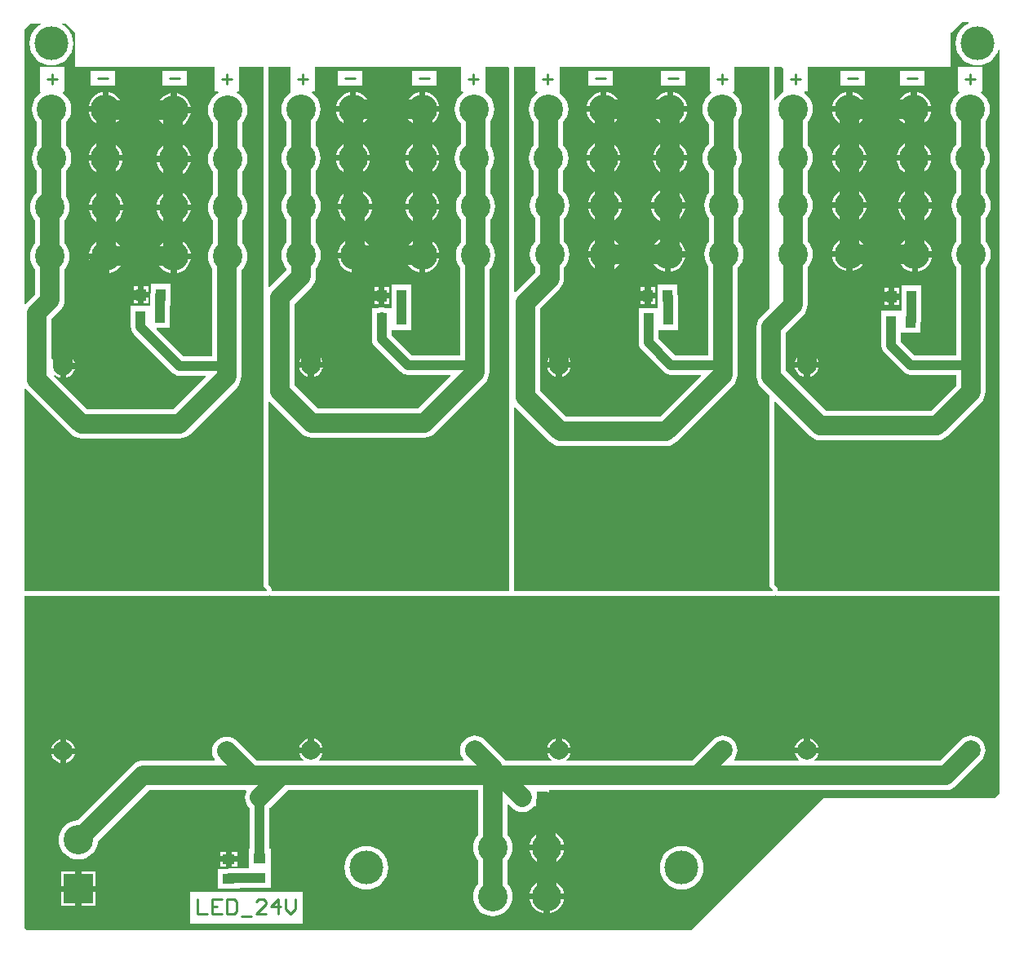
<source format=gbl>
G04 Layer_Physical_Order=2*
G04 Layer_Color=16711680*
%FSLAX24Y24*%
%MOIN*%
G70*
G01*
G75*
%ADD10C,0.0100*%
%ADD12R,0.1200X0.1200*%
%ADD13C,0.1200*%
%ADD14C,0.1378*%
%ADD15C,0.0787*%
%ADD16R,0.0400X0.0500*%
%ADD17R,0.0500X0.0400*%
%ADD18C,0.0787*%
%ADD19C,0.0394*%
G36*
X-35103Y43086D02*
Y42087D01*
X-35103Y42087D01*
X-35103D01*
X-35122Y42044D01*
X-35132Y42038D01*
X-35253Y41939D01*
X-35353Y41817D01*
X-35428Y41678D01*
X-35473Y41527D01*
X-35489Y41370D01*
X-35473Y41213D01*
X-35428Y41062D01*
X-35353Y40923D01*
X-35282Y40836D01*
Y39904D01*
X-35353Y39817D01*
X-35428Y39678D01*
X-35473Y39527D01*
X-35489Y39370D01*
X-35473Y39213D01*
X-35428Y39062D01*
X-35353Y38923D01*
X-35282Y38836D01*
Y37922D01*
X-35349Y37840D01*
X-35423Y37701D01*
X-35469Y37551D01*
X-35484Y37394D01*
X-35469Y37237D01*
X-35423Y37086D01*
X-35349Y36947D01*
X-35282Y36865D01*
Y35922D01*
X-35349Y35840D01*
X-35423Y35701D01*
X-35469Y35551D01*
X-35484Y35394D01*
X-35469Y35237D01*
X-35423Y35086D01*
X-35349Y34947D01*
X-35277Y34860D01*
Y34779D01*
X-35967Y34090D01*
X-35992Y34094D01*
X-36017Y34109D01*
Y40157D01*
Y43075D01*
Y43110D01*
X-35143D01*
X-35103Y43086D01*
D02*
G37*
G36*
X-14985Y43045D02*
Y42087D01*
X-14985Y42087D01*
X-14985D01*
X-15018Y42053D01*
X-15030Y42046D01*
X-15152Y41946D01*
X-15252Y41825D01*
X-15297Y41740D01*
X-15347Y41752D01*
Y43094D01*
X-15031Y43095D01*
X-14985Y43045D01*
D02*
G37*
G36*
X-15551Y41752D02*
Y33245D01*
X-15894Y32902D01*
X-15968Y32812D01*
X-16024Y32709D01*
X-16058Y32597D01*
X-16069Y32480D01*
X-16069Y32480D01*
Y30433D01*
X-16069Y30433D01*
X-16058Y30317D01*
X-16024Y30205D01*
X-15968Y30102D01*
X-15894Y30011D01*
X-15551Y29668D01*
Y29331D01*
Y21935D01*
Y21850D01*
X-15491Y21791D01*
X-15491Y21791D01*
X-15416Y21716D01*
X-15410Y21692D01*
X-15413Y21686D01*
X-15427Y21666D01*
X-15448Y21654D01*
X-25957D01*
X-25977Y21658D01*
Y29169D01*
X-25927Y29178D01*
X-24516Y27767D01*
X-24516Y27767D01*
X-24426Y27693D01*
X-24323Y27638D01*
X-24211Y27604D01*
X-24094Y27592D01*
X-19764D01*
X-19764Y27592D01*
X-19647Y27604D01*
X-19535Y27638D01*
X-19432Y27693D01*
X-19342Y27767D01*
X-17032Y30077D01*
X-17032Y30077D01*
X-16958Y30167D01*
X-16903Y30270D01*
X-16869Y30382D01*
X-16857Y30499D01*
X-16857Y30499D01*
Y30906D01*
Y34853D01*
X-16833Y34873D01*
X-16733Y34994D01*
X-16659Y35133D01*
X-16613Y35284D01*
X-16598Y35441D01*
X-16613Y35598D01*
X-16659Y35749D01*
X-16733Y35888D01*
X-16805Y35975D01*
Y36907D01*
X-16733Y36994D01*
X-16659Y37133D01*
X-16613Y37284D01*
X-16598Y37441D01*
X-16613Y37598D01*
X-16659Y37749D01*
X-16733Y37888D01*
X-16805Y37975D01*
Y38936D01*
X-16738Y39062D01*
X-16692Y39213D01*
X-16676Y39370D01*
X-16692Y39527D01*
X-16738Y39678D01*
X-16805Y39804D01*
Y40936D01*
X-16738Y41062D01*
X-16692Y41213D01*
X-16676Y41370D01*
X-16692Y41527D01*
X-16738Y41678D01*
X-16812Y41817D01*
X-16912Y41939D01*
X-17031Y42037D01*
X-17031Y42041D01*
X-17006Y42087D01*
X-16977D01*
Y43086D01*
X-16937Y43110D01*
X-15551D01*
Y41752D01*
D02*
G37*
G36*
X-7406Y44871D02*
X-7544Y44798D01*
X-7679Y44687D01*
X-7790Y44551D01*
X-7873Y44397D01*
X-7923Y44229D01*
X-7941Y44055D01*
X-7923Y43881D01*
X-7873Y43713D01*
X-7790Y43559D01*
X-7679Y43423D01*
X-7544Y43312D01*
X-7389Y43230D01*
X-7222Y43179D01*
X-7047Y43162D01*
X-6873Y43179D01*
X-6705Y43230D01*
X-6551Y43312D01*
X-6416Y43423D01*
X-6305Y43559D01*
X-6222Y43713D01*
X-6192Y43813D01*
X-6142Y43806D01*
Y21654D01*
X-15151D01*
X-15160Y21655D01*
X-15170Y21664D01*
X-15177Y21669D01*
X-15177Y21669D01*
X-15201Y21679D01*
X-15197Y21700D01*
Y21700D01*
X-15212Y21778D01*
X-15256Y21844D01*
X-15347Y21935D01*
Y29331D01*
Y29399D01*
X-15301Y29418D01*
X-13886Y28003D01*
X-13886Y28003D01*
X-13796Y27929D01*
X-13693Y27874D01*
X-13581Y27840D01*
X-13465Y27829D01*
X-13465Y27829D01*
X-8701D01*
X-8701Y27829D01*
X-8584Y27840D01*
X-8472Y27874D01*
X-8369Y27929D01*
X-8279Y28003D01*
X-6901Y29381D01*
X-6827Y29472D01*
X-6772Y29575D01*
X-6738Y29687D01*
X-6726Y29803D01*
X-6726Y29803D01*
Y30906D01*
Y34879D01*
X-6638Y34986D01*
X-6564Y35125D01*
X-6518Y35276D01*
X-6502Y35433D01*
X-6518Y35590D01*
X-6564Y35741D01*
X-6638Y35880D01*
X-6710Y35967D01*
Y36899D01*
X-6638Y36986D01*
X-6564Y37125D01*
X-6518Y37276D01*
X-6502Y37433D01*
X-6518Y37590D01*
X-6564Y37741D01*
X-6638Y37880D01*
X-6710Y37967D01*
Y38884D01*
X-6677Y38923D01*
X-6603Y39062D01*
X-6557Y39213D01*
X-6542Y39370D01*
X-6557Y39527D01*
X-6603Y39678D01*
X-6677Y39817D01*
X-6710Y39856D01*
Y40884D01*
X-6677Y40923D01*
X-6603Y41062D01*
X-6557Y41213D01*
X-6542Y41370D01*
X-6557Y41527D01*
X-6603Y41678D01*
X-6677Y41817D01*
X-6777Y41939D01*
X-6897Y42037D01*
X-6897Y42041D01*
X-6872Y42087D01*
X-6859D01*
Y43086D01*
X-7859D01*
Y42087D01*
X-7820D01*
X-7795Y42041D01*
X-7795Y42037D01*
X-7914Y41939D01*
X-8014Y41817D01*
X-8088Y41678D01*
X-8134Y41527D01*
X-8150Y41370D01*
X-8134Y41213D01*
X-8088Y41062D01*
X-8014Y40923D01*
X-7914Y40802D01*
X-7903Y40792D01*
Y39948D01*
X-7914Y39938D01*
X-8014Y39817D01*
X-8088Y39678D01*
X-8134Y39527D01*
X-8150Y39370D01*
X-8134Y39213D01*
X-8088Y39062D01*
X-8014Y38923D01*
X-7914Y38802D01*
X-7903Y38792D01*
Y37967D01*
X-7975Y37880D01*
X-8049Y37741D01*
X-8095Y37590D01*
X-8110Y37433D01*
X-8095Y37276D01*
X-8049Y37125D01*
X-7975Y36986D01*
X-7903Y36899D01*
Y35967D01*
X-7975Y35880D01*
X-8049Y35741D01*
X-8095Y35590D01*
X-8110Y35433D01*
X-8095Y35276D01*
X-8049Y35125D01*
X-7975Y34986D01*
X-7919Y34919D01*
Y31306D01*
X-9598D01*
X-10164Y31871D01*
Y32227D01*
X-9364D01*
Y32592D01*
X-9351Y32690D01*
Y33701D01*
X-9351Y33703D01*
Y34151D01*
X-10151D01*
Y33703D01*
X-10151Y33701D01*
Y33127D01*
X-10964D01*
Y32679D01*
X-10964Y32677D01*
Y31706D01*
X-10950Y31602D01*
X-10910Y31505D01*
X-10847Y31422D01*
X-10047Y30622D01*
X-9964Y30559D01*
X-9867Y30519D01*
X-9764Y30505D01*
X-7919D01*
Y30050D01*
X-8948Y29022D01*
X-13217D01*
X-14876Y30680D01*
Y32233D01*
X-14162Y32947D01*
X-14162Y32947D01*
X-14087Y33038D01*
X-14032Y33141D01*
X-13998Y33253D01*
X-13987Y33369D01*
X-13987Y33369D01*
Y34907D01*
X-13915Y34994D01*
X-13841Y35133D01*
X-13795Y35284D01*
X-13780Y35441D01*
X-13795Y35598D01*
X-13841Y35749D01*
X-13915Y35888D01*
X-13987Y35975D01*
Y36907D01*
X-13915Y36994D01*
X-13841Y37133D01*
X-13795Y37284D01*
X-13780Y37441D01*
X-13795Y37598D01*
X-13841Y37749D01*
X-13915Y37888D01*
X-13987Y37975D01*
Y38844D01*
X-13915Y38931D01*
X-13841Y39070D01*
X-13795Y39221D01*
X-13780Y39378D01*
X-13795Y39535D01*
X-13841Y39686D01*
X-13915Y39825D01*
X-13987Y39912D01*
Y40844D01*
X-13915Y40931D01*
X-13841Y41070D01*
X-13795Y41221D01*
X-13780Y41378D01*
X-13795Y41535D01*
X-13841Y41686D01*
X-13915Y41825D01*
X-14015Y41946D01*
X-14125Y42037D01*
X-14110Y42087D01*
X-13985D01*
Y43086D01*
X-13940Y43097D01*
X-8150Y43110D01*
Y44488D01*
X-8110D01*
X-7677Y44921D01*
X-7419D01*
X-7406Y44871D01*
D02*
G37*
G36*
X-25103Y43086D02*
Y42087D01*
X-25041D01*
X-25016Y42041D01*
X-25016Y42037D01*
X-25135Y41939D01*
X-25235Y41817D01*
X-25310Y41678D01*
X-25355Y41527D01*
X-25371Y41370D01*
X-25355Y41213D01*
X-25310Y41062D01*
X-25235Y40923D01*
X-25164Y40836D01*
Y39904D01*
X-25235Y39817D01*
X-25310Y39678D01*
X-25355Y39527D01*
X-25371Y39370D01*
X-25355Y39213D01*
X-25310Y39062D01*
X-25235Y38923D01*
X-25164Y38836D01*
Y37919D01*
X-25196Y37880D01*
X-25270Y37741D01*
X-25316Y37590D01*
X-25331Y37433D01*
X-25316Y37276D01*
X-25270Y37125D01*
X-25196Y36986D01*
X-25124Y36899D01*
Y35967D01*
X-25196Y35880D01*
X-25270Y35741D01*
X-25316Y35590D01*
X-25331Y35433D01*
X-25316Y35276D01*
X-25270Y35125D01*
X-25196Y34986D01*
X-25124Y34899D01*
Y34696D01*
X-25927Y33893D01*
X-25977Y33902D01*
Y39646D01*
Y43094D01*
X-25964Y43110D01*
X-25143D01*
X-25103Y43086D01*
D02*
G37*
G36*
X-26220Y43110D02*
X-26181Y43079D01*
Y39646D01*
Y33902D01*
Y29169D01*
Y21658D01*
X-26201Y21654D01*
X-35820D01*
X-35830Y21655D01*
X-35839Y21664D01*
X-35846Y21669D01*
X-35846Y21669D01*
X-35876Y21681D01*
X-35878Y21682D01*
X-35876Y21692D01*
X-35881Y21721D01*
X-35884Y21750D01*
X-35892Y21775D01*
X-35897Y21785D01*
X-35899Y21795D01*
X-35915Y21820D01*
X-35929Y21846D01*
X-35937Y21852D01*
X-35943Y21861D01*
X-36017Y21935D01*
Y29395D01*
X-35992Y29410D01*
X-35967Y29414D01*
X-34674Y28121D01*
X-34674Y28121D01*
X-34583Y28047D01*
X-34480Y27992D01*
X-34368Y27958D01*
X-34252Y27947D01*
X-34252Y27947D01*
X-29646D01*
X-29646Y27947D01*
X-29529Y27958D01*
X-29417Y27992D01*
X-29314Y28047D01*
X-29224Y28121D01*
X-27163Y30182D01*
X-27163Y30182D01*
X-27089Y30272D01*
X-27034Y30375D01*
X-27000Y30487D01*
X-26989Y30604D01*
X-26989Y30604D01*
Y30906D01*
Y34828D01*
X-26891Y34947D01*
X-26816Y35086D01*
X-26771Y35237D01*
X-26755Y35394D01*
X-26771Y35551D01*
X-26816Y35701D01*
X-26891Y35840D01*
X-26962Y35928D01*
Y36860D01*
X-26891Y36947D01*
X-26816Y37086D01*
X-26771Y37237D01*
X-26755Y37394D01*
X-26771Y37551D01*
X-26816Y37701D01*
X-26891Y37840D01*
X-26962Y37928D01*
Y38884D01*
X-26930Y38923D01*
X-26856Y39062D01*
X-26810Y39213D01*
X-26795Y39370D01*
X-26810Y39527D01*
X-26856Y39678D01*
X-26930Y39817D01*
X-26962Y39856D01*
Y40884D01*
X-26930Y40923D01*
X-26856Y41062D01*
X-26810Y41213D01*
X-26795Y41370D01*
X-26810Y41527D01*
X-26856Y41678D01*
X-26930Y41817D01*
X-27030Y41939D01*
X-27149Y42037D01*
X-27150Y42041D01*
X-27135Y42087D01*
X-27135D01*
Y43086D01*
X-27095Y43110D01*
X-26220D01*
D02*
G37*
G36*
X-36220Y43075D02*
Y40157D01*
Y34099D01*
Y29405D01*
Y21935D01*
Y21850D01*
X-36161Y21791D01*
X-36161Y21791D01*
X-36087Y21717D01*
X-36080Y21692D01*
X-36090Y21667D01*
X-36112Y21654D01*
X-45984D01*
Y29924D01*
X-45934Y29942D01*
X-45894Y29893D01*
X-44083Y28082D01*
X-44083Y28082D01*
X-43993Y28008D01*
X-43890Y27953D01*
X-43778Y27919D01*
X-43661Y27907D01*
X-43661Y27907D01*
X-39646D01*
X-39646Y27907D01*
X-39529Y27919D01*
X-39417Y27953D01*
X-39314Y28008D01*
X-39224Y28082D01*
X-37295Y30011D01*
X-37295Y30011D01*
X-37220Y30102D01*
X-37165Y30205D01*
X-37131Y30317D01*
X-37120Y30433D01*
Y30866D01*
Y34781D01*
X-37113Y34786D01*
X-37013Y34908D01*
X-36939Y35047D01*
X-36893Y35198D01*
X-36878Y35354D01*
X-36893Y35511D01*
X-36939Y35662D01*
X-37013Y35801D01*
X-37085Y35888D01*
Y36820D01*
X-37013Y36908D01*
X-36939Y37047D01*
X-36893Y37197D01*
X-36878Y37354D01*
X-36893Y37511D01*
X-36939Y37662D01*
X-37013Y37801D01*
X-37085Y37888D01*
Y38797D01*
X-37013Y38884D01*
X-36939Y39023D01*
X-36893Y39174D01*
X-36878Y39331D01*
X-36893Y39488D01*
X-36939Y39638D01*
X-37013Y39777D01*
X-37085Y39865D01*
Y40797D01*
X-37013Y40884D01*
X-36939Y41023D01*
X-36893Y41174D01*
X-36878Y41331D01*
X-36893Y41488D01*
X-36939Y41638D01*
X-37013Y41777D01*
X-37113Y41899D01*
X-37235Y41999D01*
X-37305Y42037D01*
X-37293Y42087D01*
X-37214D01*
Y43086D01*
X-37173Y43110D01*
X-36220D01*
Y43075D01*
D02*
G37*
G36*
X-15296Y21502D02*
X-15279Y21490D01*
X-15274Y21488D01*
X-15262Y21478D01*
X-15249Y21474D01*
X-15238Y21466D01*
X-15212Y21461D01*
X-15187Y21453D01*
X-15177Y21451D01*
X-15166Y21452D01*
X-15160Y21451D01*
X-15159Y21451D01*
X-15151Y21450D01*
X-6142D01*
Y13386D01*
X-6299Y13228D01*
Y13189D01*
X-13346D01*
X-13386Y13150D01*
X-18740Y7795D01*
X-45866D01*
X-45945Y7874D01*
X-45984D01*
Y21450D01*
X-36112D01*
X-36096Y21453D01*
X-36080Y21452D01*
X-36057Y21460D01*
X-36034Y21465D01*
X-36020Y21474D01*
X-36005Y21480D01*
X-35983Y21493D01*
X-35973Y21503D01*
X-35965Y21500D01*
X-35954Y21493D01*
X-35943Y21488D01*
X-35931Y21478D01*
X-35919Y21474D01*
X-35908Y21466D01*
X-35881Y21461D01*
X-35856Y21453D01*
X-35846Y21451D01*
X-35835Y21452D01*
X-35830Y21451D01*
X-35828Y21451D01*
X-35820Y21450D01*
X-26201D01*
X-26181Y21454D01*
X-26161D01*
X-26141Y21458D01*
X-26123Y21465D01*
X-26103Y21469D01*
X-26086Y21480D01*
X-26079Y21483D01*
X-26072Y21480D01*
X-26055Y21469D01*
X-26036Y21465D01*
X-26017Y21458D01*
X-25997Y21454D01*
X-25977D01*
X-25957Y21450D01*
X-15448D01*
X-15434Y21452D01*
X-15420Y21452D01*
X-15395Y21460D01*
X-15370Y21465D01*
X-15358Y21473D01*
X-15345Y21478D01*
X-15324Y21490D01*
X-15321Y21493D01*
X-15317Y21494D01*
X-15305Y21505D01*
X-15296Y21502D01*
D02*
G37*
G36*
X-28135Y43086D02*
Y42087D01*
X-28072D01*
X-28047Y42041D01*
X-28047Y42037D01*
X-28167Y41939D01*
X-28267Y41817D01*
X-28341Y41678D01*
X-28387Y41527D01*
X-28402Y41370D01*
X-28387Y41213D01*
X-28341Y41062D01*
X-28267Y40923D01*
X-28167Y40802D01*
X-28156Y40792D01*
Y39948D01*
X-28167Y39938D01*
X-28267Y39817D01*
X-28341Y39678D01*
X-28387Y39527D01*
X-28402Y39370D01*
X-28387Y39213D01*
X-28341Y39062D01*
X-28267Y38923D01*
X-28167Y38802D01*
X-28156Y38792D01*
Y37928D01*
X-28227Y37840D01*
X-28302Y37701D01*
X-28347Y37551D01*
X-28363Y37394D01*
X-28347Y37237D01*
X-28302Y37086D01*
X-28227Y36947D01*
X-28156Y36860D01*
Y35928D01*
X-28227Y35840D01*
X-28302Y35701D01*
X-28347Y35551D01*
X-28363Y35394D01*
X-28347Y35237D01*
X-28302Y35086D01*
X-28227Y34947D01*
X-28182Y34892D01*
Y31306D01*
X-30149D01*
X-30990Y32147D01*
Y32345D01*
X-30191D01*
Y32872D01*
X-30190Y32874D01*
Y33740D01*
X-30191Y33742D01*
Y34190D01*
X-30991D01*
Y33742D01*
X-30991Y33740D01*
Y33245D01*
X-31250D01*
X-31287Y33261D01*
X-31391Y33274D01*
X-31494Y33261D01*
X-31531Y33245D01*
X-31791D01*
Y32876D01*
X-31791Y32874D01*
Y31981D01*
X-31777Y31878D01*
X-31737Y31781D01*
X-31674Y31698D01*
X-30598Y30622D01*
X-30515Y30559D01*
X-30475Y30542D01*
X-30419Y30519D01*
X-30315Y30505D01*
X-28593D01*
X-28574Y30459D01*
X-29893Y29140D01*
X-34005D01*
X-34955Y30090D01*
Y33414D01*
X-34258Y34110D01*
X-34258Y34110D01*
X-34184Y34201D01*
X-34129Y34304D01*
X-34095Y34416D01*
X-34084Y34532D01*
X-34084Y34532D01*
Y34860D01*
X-34012Y34947D01*
X-33938Y35086D01*
X-33892Y35237D01*
X-33876Y35394D01*
X-33892Y35551D01*
X-33938Y35701D01*
X-34012Y35840D01*
X-34088Y35934D01*
Y36854D01*
X-34012Y36947D01*
X-33938Y37086D01*
X-33892Y37237D01*
X-33876Y37394D01*
X-33892Y37551D01*
X-33938Y37701D01*
X-34012Y37840D01*
X-34088Y37934D01*
Y38836D01*
X-34017Y38923D01*
X-33942Y39062D01*
X-33897Y39213D01*
X-33881Y39370D01*
X-33897Y39527D01*
X-33942Y39678D01*
X-34017Y39817D01*
X-34088Y39904D01*
Y40836D01*
X-34017Y40923D01*
X-33942Y41062D01*
X-33897Y41213D01*
X-33881Y41370D01*
X-33897Y41527D01*
X-33942Y41678D01*
X-34017Y41817D01*
X-34117Y41939D01*
X-34236Y42037D01*
X-34236Y42041D01*
X-34211Y42087D01*
X-34103D01*
Y43086D01*
X-34063Y43110D01*
X-28175D01*
X-28135Y43086D01*
D02*
G37*
G36*
X-17977D02*
Y42087D01*
X-17954D01*
X-17929Y42041D01*
X-17929Y42037D01*
X-18049Y41939D01*
X-18149Y41817D01*
X-18223Y41678D01*
X-18269Y41527D01*
X-18284Y41370D01*
X-18269Y41213D01*
X-18223Y41062D01*
X-18149Y40923D01*
X-18049Y40802D01*
X-17998Y40760D01*
Y39980D01*
X-18049Y39938D01*
X-18149Y39817D01*
X-18223Y39678D01*
X-18269Y39527D01*
X-18284Y39370D01*
X-18269Y39213D01*
X-18223Y39062D01*
X-18149Y38923D01*
X-18049Y38802D01*
X-17998Y38760D01*
Y37975D01*
X-18070Y37888D01*
X-18144Y37749D01*
X-18190Y37598D01*
X-18205Y37441D01*
X-18190Y37284D01*
X-18144Y37133D01*
X-18070Y36994D01*
X-17998Y36907D01*
Y35975D01*
X-18070Y35888D01*
X-18144Y35749D01*
X-18190Y35598D01*
X-18205Y35441D01*
X-18190Y35284D01*
X-18144Y35133D01*
X-18070Y34994D01*
X-18051Y34971D01*
Y31306D01*
X-19401D01*
X-20085Y31989D01*
Y32345D01*
X-19285D01*
Y32793D01*
X-19285Y32795D01*
Y33713D01*
X-19298Y33817D01*
X-19312Y33849D01*
Y34190D01*
X-20112D01*
Y33742D01*
X-20112Y33740D01*
X-20112Y33738D01*
Y33290D01*
X-20112Y33290D01*
X-20112D01*
X-20112Y33290D01*
X-20124Y33245D01*
X-20885D01*
Y32797D01*
X-20885Y32795D01*
Y31824D01*
X-20872Y31720D01*
X-20832Y31623D01*
X-20768Y31541D01*
X-19850Y30622D01*
X-19767Y30559D01*
X-19671Y30519D01*
X-19567Y30505D01*
X-18357D01*
X-18337Y30459D01*
X-20011Y28786D01*
X-23847D01*
X-24915Y29853D01*
Y33217D01*
X-24106Y34027D01*
X-24106Y34027D01*
X-24032Y34117D01*
X-23976Y34221D01*
X-23942Y34332D01*
X-23931Y34449D01*
X-23931Y34449D01*
Y34899D01*
X-23859Y34986D01*
X-23785Y35125D01*
X-23739Y35276D01*
X-23724Y35433D01*
X-23739Y35590D01*
X-23785Y35741D01*
X-23859Y35880D01*
X-23931Y35967D01*
Y36899D01*
X-23859Y36986D01*
X-23785Y37125D01*
X-23739Y37276D01*
X-23724Y37433D01*
X-23739Y37590D01*
X-23785Y37741D01*
X-23859Y37880D01*
X-23959Y38001D01*
X-23970Y38011D01*
Y38836D01*
X-23899Y38923D01*
X-23824Y39062D01*
X-23779Y39213D01*
X-23763Y39370D01*
X-23779Y39527D01*
X-23824Y39678D01*
X-23899Y39817D01*
X-23970Y39904D01*
Y40836D01*
X-23899Y40923D01*
X-23824Y41062D01*
X-23779Y41213D01*
X-23763Y41370D01*
X-23779Y41527D01*
X-23824Y41678D01*
X-23899Y41817D01*
X-23999Y41939D01*
X-24118Y42037D01*
X-24118Y42041D01*
X-24103Y42087D01*
X-24103D01*
Y43086D01*
X-24063Y43110D01*
X-18017D01*
X-17977Y43086D01*
D02*
G37*
G36*
X-43898Y44488D02*
Y43110D01*
X-38254D01*
X-38213Y43086D01*
Y42087D01*
X-38071D01*
X-38059Y42037D01*
X-38128Y41999D01*
X-38250Y41899D01*
X-38350Y41777D01*
X-38425Y41638D01*
X-38470Y41488D01*
X-38486Y41331D01*
X-38470Y41174D01*
X-38425Y41023D01*
X-38350Y40884D01*
X-38278Y40797D01*
Y39865D01*
X-38350Y39777D01*
X-38425Y39638D01*
X-38470Y39488D01*
X-38486Y39331D01*
X-38470Y39174D01*
X-38425Y39023D01*
X-38350Y38884D01*
X-38278Y38797D01*
Y37888D01*
X-38350Y37801D01*
X-38425Y37662D01*
X-38470Y37511D01*
X-38486Y37354D01*
X-38470Y37197D01*
X-38425Y37047D01*
X-38350Y36908D01*
X-38278Y36820D01*
Y35888D01*
X-38350Y35801D01*
X-38425Y35662D01*
X-38470Y35511D01*
X-38486Y35354D01*
X-38470Y35198D01*
X-38425Y35047D01*
X-38350Y34908D01*
X-38313Y34862D01*
Y31266D01*
X-39480D01*
X-40591Y32378D01*
X-40572Y32424D01*
X-40033D01*
Y32911D01*
X-40033Y32913D01*
Y33330D01*
X-40020D01*
Y33777D01*
X-40020Y33780D01*
X-40020Y33782D01*
Y34230D01*
X-40820D01*
Y33865D01*
X-40833Y33767D01*
Y33324D01*
X-41633D01*
Y32915D01*
X-41633Y32913D01*
Y32454D01*
X-41633Y32451D01*
Y32424D01*
X-41629D01*
X-41620Y32350D01*
X-41580Y32253D01*
X-41516Y32171D01*
X-39929Y30583D01*
X-39846Y30519D01*
X-39749Y30480D01*
X-39646Y30466D01*
X-38593D01*
X-38574Y30420D01*
X-39893Y29101D01*
X-43414D01*
X-44775Y30462D01*
X-44742Y30499D01*
X-44658Y30435D01*
X-44538Y30385D01*
X-44529Y30384D01*
Y30866D01*
Y31348D01*
X-44538Y31347D01*
X-44658Y31297D01*
X-44762Y31218D01*
X-44826Y31134D01*
X-44876Y31151D01*
Y32784D01*
X-44525Y33136D01*
X-44525Y33136D01*
X-44450Y33226D01*
X-44395Y33329D01*
X-44361Y33441D01*
X-44350Y33557D01*
X-44350Y33557D01*
Y34820D01*
X-44278Y34908D01*
X-44204Y35047D01*
X-44158Y35198D01*
X-44143Y35354D01*
X-44158Y35511D01*
X-44204Y35662D01*
X-44278Y35801D01*
X-44350Y35888D01*
Y36820D01*
X-44278Y36908D01*
X-44204Y37047D01*
X-44158Y37197D01*
X-44143Y37354D01*
X-44158Y37511D01*
X-44204Y37662D01*
X-44271Y37788D01*
Y38836D01*
X-44199Y38923D01*
X-44125Y39062D01*
X-44079Y39213D01*
X-44064Y39370D01*
X-44079Y39527D01*
X-44125Y39678D01*
X-44199Y39817D01*
X-44271Y39904D01*
Y40836D01*
X-44199Y40923D01*
X-44125Y41062D01*
X-44079Y41213D01*
X-44064Y41370D01*
X-44079Y41527D01*
X-44125Y41678D01*
X-44199Y41817D01*
X-44299Y41939D01*
X-44419Y42037D01*
X-44419Y42041D01*
X-44394Y42087D01*
X-44339D01*
Y43086D01*
X-45339D01*
Y42087D01*
X-45339D01*
X-45317Y42041D01*
X-45317Y42037D01*
X-45436Y41939D01*
X-45536Y41817D01*
X-45610Y41678D01*
X-45656Y41527D01*
X-45672Y41370D01*
X-45656Y41213D01*
X-45610Y41062D01*
X-45536Y40923D01*
X-45464Y40836D01*
Y39904D01*
X-45536Y39817D01*
X-45610Y39678D01*
X-45656Y39527D01*
X-45672Y39370D01*
X-45656Y39213D01*
X-45610Y39062D01*
X-45536Y38923D01*
X-45464Y38836D01*
Y37964D01*
X-45515Y37923D01*
X-45615Y37801D01*
X-45689Y37662D01*
X-45735Y37511D01*
X-45750Y37354D01*
X-45735Y37197D01*
X-45689Y37047D01*
X-45615Y36908D01*
X-45543Y36820D01*
Y35888D01*
X-45615Y35801D01*
X-45689Y35662D01*
X-45735Y35511D01*
X-45750Y35354D01*
X-45735Y35198D01*
X-45689Y35047D01*
X-45615Y34908D01*
X-45543Y34820D01*
Y33805D01*
X-45894Y33453D01*
X-45934Y33405D01*
X-45984Y33423D01*
Y44646D01*
X-45748Y44882D01*
X-45327D01*
X-45314Y44832D01*
X-45378Y44798D01*
X-45514Y44687D01*
X-45625Y44551D01*
X-45707Y44397D01*
X-45758Y44229D01*
X-45775Y44055D01*
X-45758Y43881D01*
X-45707Y43713D01*
X-45625Y43559D01*
X-45514Y43423D01*
X-45378Y43312D01*
X-45224Y43230D01*
X-45056Y43179D01*
X-44882Y43162D01*
X-44708Y43179D01*
X-44540Y43230D01*
X-44386Y43312D01*
X-44250Y43423D01*
X-44139Y43559D01*
X-44057Y43713D01*
X-44006Y43881D01*
X-43989Y44055D01*
X-44006Y44229D01*
X-44057Y44397D01*
X-44139Y44551D01*
X-44250Y44687D01*
X-44386Y44798D01*
X-44449Y44832D01*
X-44437Y44882D01*
X-44291D01*
X-43898Y44488D01*
D02*
G37*
%LPC*%
G36*
X-39190Y35234D02*
X-39762D01*
Y34663D01*
X-39745Y34664D01*
X-39613Y34704D01*
X-39491Y34769D01*
X-39385Y34857D01*
X-39297Y34964D01*
X-39232Y35085D01*
X-39192Y35217D01*
X-39190Y35234D01*
D02*
G37*
G36*
X-40002D02*
X-40573D01*
X-40572Y35217D01*
X-40532Y35085D01*
X-40467Y34964D01*
X-40379Y34857D01*
X-40273Y34769D01*
X-40151Y34704D01*
X-40019Y34664D01*
X-40002Y34663D01*
Y35234D01*
D02*
G37*
G36*
X-40920Y34130D02*
X-41100D01*
Y33900D01*
X-40920D01*
Y34130D01*
D02*
G37*
G36*
X-41955Y35242D02*
X-42526D01*
Y34671D01*
X-42509Y34672D01*
X-42377Y34712D01*
X-42256Y34777D01*
X-42149Y34865D01*
X-42062Y34971D01*
X-41997Y35093D01*
X-41957Y35225D01*
X-41955Y35242D01*
D02*
G37*
G36*
X-42766D02*
X-43338D01*
X-43336Y35225D01*
X-43296Y35093D01*
X-43231Y34971D01*
X-43144Y34865D01*
X-43037Y34777D01*
X-42916Y34712D01*
X-42784Y34672D01*
X-42766Y34671D01*
Y35242D01*
D02*
G37*
G36*
X-31789Y35274D02*
X-32360D01*
Y34702D01*
X-32343Y34704D01*
X-32211Y34744D01*
X-32090Y34809D01*
X-31983Y34896D01*
X-31895Y35003D01*
X-31830Y35125D01*
X-31790Y35256D01*
X-31789Y35274D01*
D02*
G37*
G36*
X-32600D02*
X-33172D01*
X-33170Y35256D01*
X-33130Y35125D01*
X-33065Y35003D01*
X-32978Y34896D01*
X-32871Y34809D01*
X-32749Y34744D01*
X-32618Y34704D01*
X-32600Y34702D01*
Y35274D01*
D02*
G37*
G36*
X-41340Y33660D02*
X-41520D01*
Y33430D01*
X-41340D01*
Y33660D01*
D02*
G37*
G36*
X-40920D02*
X-41100D01*
Y33430D01*
X-40920D01*
Y33660D01*
D02*
G37*
G36*
X-10671Y34051D02*
X-10851D01*
Y33821D01*
X-10671D01*
Y34051D01*
D02*
G37*
G36*
X-31091Y33620D02*
X-31271D01*
Y33390D01*
X-31091D01*
Y33620D01*
D02*
G37*
G36*
X-20632D02*
X-20812D01*
Y33390D01*
X-20632D01*
Y33620D01*
D02*
G37*
G36*
X-20212D02*
X-20392D01*
Y33390D01*
X-20212D01*
Y33620D01*
D02*
G37*
G36*
X-20632Y34090D02*
X-20812D01*
Y33860D01*
X-20632D01*
Y34090D01*
D02*
G37*
G36*
X-20212D02*
X-20392D01*
Y33860D01*
X-20212D01*
Y34090D01*
D02*
G37*
G36*
X-41340Y34130D02*
X-41520D01*
Y33900D01*
X-41340D01*
Y34130D01*
D02*
G37*
G36*
X-10251Y34051D02*
X-10431D01*
Y33821D01*
X-10251D01*
Y34051D01*
D02*
G37*
G36*
X-31511Y34090D02*
X-31691D01*
Y33860D01*
X-31511D01*
Y34090D01*
D02*
G37*
G36*
X-31091D02*
X-31271D01*
Y33860D01*
X-31091D01*
Y34090D01*
D02*
G37*
G36*
X-29604Y36085D02*
Y35514D01*
X-29033D01*
X-29035Y35531D01*
X-29075Y35663D01*
X-29140Y35784D01*
X-29227Y35891D01*
X-29334Y35979D01*
X-29455Y36044D01*
X-29587Y36084D01*
X-29604Y36085D01*
D02*
G37*
G36*
X-9726Y36125D02*
X-9744Y36123D01*
X-9875Y36083D01*
X-9997Y36018D01*
X-10104Y35930D01*
X-10191Y35824D01*
X-10256Y35702D01*
X-10296Y35570D01*
X-10298Y35553D01*
X-9726D01*
Y36125D01*
D02*
G37*
G36*
X-9486D02*
Y35553D01*
X-8915D01*
X-8916Y35570D01*
X-8956Y35702D01*
X-9021Y35824D01*
X-9109Y35930D01*
X-9216Y36018D01*
X-9337Y36083D01*
X-9469Y36123D01*
X-9486Y36125D01*
D02*
G37*
G36*
X-32600Y36085D02*
X-32618Y36084D01*
X-32749Y36044D01*
X-32871Y35979D01*
X-32978Y35891D01*
X-33065Y35784D01*
X-33130Y35663D01*
X-33170Y35531D01*
X-33172Y35514D01*
X-32600D01*
Y36085D01*
D02*
G37*
G36*
X-32360D02*
Y35514D01*
X-31789D01*
X-31790Y35531D01*
X-31830Y35663D01*
X-31895Y35784D01*
X-31983Y35891D01*
X-32090Y35979D01*
X-32211Y36044D01*
X-32343Y36084D01*
X-32360Y36085D01*
D02*
G37*
G36*
X-29844D02*
X-29862Y36084D01*
X-29994Y36044D01*
X-30115Y35979D01*
X-30222Y35891D01*
X-30309Y35784D01*
X-30374Y35663D01*
X-30414Y35531D01*
X-30416Y35514D01*
X-29844D01*
Y36085D01*
D02*
G37*
G36*
X-22387Y36125D02*
X-22404Y36123D01*
X-22536Y36083D01*
X-22658Y36018D01*
X-22764Y35930D01*
X-22852Y35824D01*
X-22917Y35702D01*
X-22957Y35570D01*
X-22959Y35553D01*
X-22387D01*
Y36125D01*
D02*
G37*
G36*
X-12403Y36133D02*
X-12421Y36131D01*
X-12553Y36091D01*
X-12674Y36026D01*
X-12781Y35938D01*
X-12868Y35832D01*
X-12933Y35710D01*
X-12973Y35578D01*
X-12975Y35561D01*
X-12403D01*
Y36133D01*
D02*
G37*
G36*
X-12163D02*
Y35561D01*
X-11592D01*
X-11594Y35578D01*
X-11634Y35710D01*
X-11699Y35832D01*
X-11786Y35938D01*
X-11893Y36026D01*
X-12014Y36091D01*
X-12146Y36131D01*
X-12163Y36133D01*
D02*
G37*
G36*
X-40002Y37234D02*
X-40573D01*
X-40572Y37217D01*
X-40532Y37085D01*
X-40467Y36964D01*
X-40379Y36857D01*
X-40273Y36769D01*
X-40151Y36704D01*
X-40019Y36664D01*
X-40002Y36663D01*
Y37234D01*
D02*
G37*
G36*
X-22147Y36125D02*
Y35553D01*
X-21575D01*
X-21577Y35570D01*
X-21617Y35702D01*
X-21682Y35824D01*
X-21770Y35930D01*
X-21876Y36018D01*
X-21998Y36083D01*
X-22130Y36123D01*
X-22147Y36125D01*
D02*
G37*
G36*
X-19805D02*
X-19822Y36123D01*
X-19954Y36083D01*
X-20076Y36018D01*
X-20182Y35930D01*
X-20270Y35824D01*
X-20335Y35702D01*
X-20375Y35570D01*
X-20377Y35553D01*
X-19805D01*
Y36125D01*
D02*
G37*
G36*
X-19565D02*
Y35553D01*
X-18993D01*
X-18995Y35570D01*
X-19035Y35702D01*
X-19100Y35824D01*
X-19188Y35930D01*
X-19294Y36018D01*
X-19416Y36083D01*
X-19548Y36123D01*
X-19565Y36125D01*
D02*
G37*
G36*
X-42526Y36054D02*
Y35482D01*
X-41955D01*
X-41957Y35499D01*
X-41997Y35631D01*
X-42062Y35753D01*
X-42149Y35860D01*
X-42256Y35947D01*
X-42377Y36012D01*
X-42509Y36052D01*
X-42526Y36054D01*
D02*
G37*
G36*
X-8915Y35313D02*
X-9486D01*
Y34741D01*
X-9469Y34743D01*
X-9337Y34783D01*
X-9216Y34848D01*
X-9109Y34936D01*
X-9021Y35042D01*
X-8956Y35164D01*
X-8916Y35296D01*
X-8915Y35313D01*
D02*
G37*
G36*
X-22387Y35313D02*
X-22959D01*
X-22957Y35296D01*
X-22917Y35164D01*
X-22852Y35042D01*
X-22764Y34936D01*
X-22658Y34848D01*
X-22536Y34783D01*
X-22404Y34743D01*
X-22387Y34741D01*
Y35313D01*
D02*
G37*
G36*
X-21575D02*
X-22147D01*
Y34741D01*
X-22130Y34743D01*
X-21998Y34783D01*
X-21876Y34848D01*
X-21770Y34936D01*
X-21682Y35042D01*
X-21617Y35164D01*
X-21577Y35296D01*
X-21575Y35313D01*
D02*
G37*
G36*
X-29844Y35274D02*
X-30416D01*
X-30414Y35256D01*
X-30374Y35125D01*
X-30309Y35003D01*
X-30222Y34896D01*
X-30115Y34809D01*
X-29994Y34744D01*
X-29862Y34704D01*
X-29844Y34702D01*
Y35274D01*
D02*
G37*
G36*
X-29033D02*
X-29604D01*
Y34702D01*
X-29587Y34704D01*
X-29455Y34744D01*
X-29334Y34809D01*
X-29227Y34896D01*
X-29140Y35003D01*
X-29075Y35125D01*
X-29035Y35256D01*
X-29033Y35274D01*
D02*
G37*
G36*
X-9726Y35313D02*
X-10298D01*
X-10296Y35296D01*
X-10256Y35164D01*
X-10191Y35042D01*
X-10104Y34936D01*
X-9997Y34848D01*
X-9875Y34783D01*
X-9744Y34743D01*
X-9726Y34741D01*
Y35313D01*
D02*
G37*
G36*
X-19805Y35313D02*
X-20377D01*
X-20375Y35296D01*
X-20335Y35164D01*
X-20270Y35042D01*
X-20182Y34936D01*
X-20076Y34848D01*
X-19954Y34783D01*
X-19822Y34743D01*
X-19805Y34741D01*
Y35313D01*
D02*
G37*
G36*
X-40002Y36046D02*
X-40019Y36044D01*
X-40151Y36004D01*
X-40273Y35939D01*
X-40379Y35852D01*
X-40467Y35745D01*
X-40532Y35624D01*
X-40572Y35492D01*
X-40573Y35474D01*
X-40002D01*
Y36046D01*
D02*
G37*
G36*
X-39762D02*
Y35474D01*
X-39190D01*
X-39192Y35492D01*
X-39232Y35624D01*
X-39297Y35745D01*
X-39385Y35852D01*
X-39491Y35939D01*
X-39613Y36004D01*
X-39745Y36044D01*
X-39762Y36046D01*
D02*
G37*
G36*
X-42766Y36054D02*
X-42784Y36052D01*
X-42916Y36012D01*
X-43037Y35947D01*
X-43144Y35860D01*
X-43231Y35753D01*
X-43296Y35631D01*
X-43336Y35499D01*
X-43338Y35482D01*
X-42766D01*
Y36054D01*
D02*
G37*
G36*
X-18993Y35313D02*
X-19565D01*
Y34741D01*
X-19548Y34743D01*
X-19416Y34783D01*
X-19294Y34848D01*
X-19188Y34936D01*
X-19100Y35042D01*
X-19035Y35164D01*
X-18995Y35296D01*
X-18993Y35313D01*
D02*
G37*
G36*
X-12403Y35321D02*
X-12975D01*
X-12973Y35304D01*
X-12933Y35172D01*
X-12868Y35050D01*
X-12781Y34944D01*
X-12674Y34856D01*
X-12553Y34791D01*
X-12421Y34751D01*
X-12403Y34749D01*
Y35321D01*
D02*
G37*
G36*
X-11592D02*
X-12163D01*
Y34749D01*
X-12146Y34751D01*
X-12014Y34791D01*
X-11893Y34856D01*
X-11786Y34944D01*
X-11699Y35050D01*
X-11634Y35172D01*
X-11594Y35304D01*
X-11592Y35321D01*
D02*
G37*
G36*
X-31511Y33620D02*
X-31691D01*
Y33390D01*
X-31511D01*
Y33620D01*
D02*
G37*
G36*
X-37758Y11009D02*
X-37988D01*
Y10829D01*
X-37758D01*
Y11009D01*
D02*
G37*
G36*
X-37288D02*
X-37518D01*
Y10829D01*
X-37288D01*
Y11009D01*
D02*
G37*
G36*
X-23954Y11061D02*
X-24526D01*
Y10490D01*
X-24508Y10491D01*
X-24376Y10531D01*
X-24255Y10596D01*
X-24148Y10684D01*
X-24061Y10790D01*
X-23996Y10912D01*
X-23956Y11044D01*
X-23954Y11061D01*
D02*
G37*
G36*
X-37288Y10589D02*
X-37518D01*
Y10409D01*
X-37288D01*
Y10589D01*
D02*
G37*
G36*
X-24766Y11061D02*
X-25337D01*
X-25336Y11044D01*
X-25296Y10912D01*
X-25231Y10790D01*
X-25143Y10684D01*
X-25036Y10596D01*
X-24915Y10531D01*
X-24783Y10491D01*
X-24766Y10490D01*
Y11061D01*
D02*
G37*
G36*
Y11873D02*
X-24783Y11871D01*
X-24915Y11831D01*
X-25036Y11766D01*
X-25143Y11678D01*
X-25231Y11572D01*
X-25296Y11450D01*
X-25336Y11318D01*
X-25337Y11301D01*
X-24766D01*
Y11873D01*
D02*
G37*
G36*
X-43927Y14998D02*
X-44289D01*
Y14636D01*
X-44281Y14637D01*
X-44160Y14687D01*
X-44057Y14766D01*
X-43978Y14869D01*
X-43928Y14989D01*
X-43927Y14998D01*
D02*
G37*
G36*
X-7323Y15754D02*
X-7439Y15743D01*
X-7551Y15709D01*
X-7654Y15654D01*
X-7745Y15579D01*
X-7745Y15579D01*
X-8594Y14730D01*
X-13684D01*
X-13700Y14778D01*
X-13664Y14805D01*
X-13585Y14908D01*
X-13535Y15029D01*
X-13534Y15037D01*
X-14498D01*
X-14497Y15029D01*
X-14447Y14908D01*
X-14368Y14805D01*
X-14332Y14778D01*
X-14348Y14730D01*
X-16972D01*
X-16995Y14780D01*
X-16958Y14826D01*
X-16903Y14929D01*
X-16869Y15041D01*
X-16857Y15157D01*
X-16869Y15274D01*
X-16903Y15386D01*
X-16958Y15489D01*
X-17032Y15579D01*
X-17123Y15654D01*
X-17226Y15709D01*
X-17338Y15743D01*
X-17454Y15754D01*
X-17570Y15743D01*
X-17682Y15709D01*
X-17786Y15654D01*
X-17876Y15579D01*
X-17876Y15579D01*
X-18725Y14730D01*
X-23815D01*
X-23831Y14778D01*
X-23795Y14805D01*
X-23716Y14908D01*
X-23666Y15029D01*
X-23665Y15037D01*
X-24629D01*
X-24628Y15029D01*
X-24578Y14908D01*
X-24499Y14805D01*
X-24463Y14778D01*
X-24479Y14730D01*
X-26342D01*
X-26354Y14754D01*
X-26429Y14844D01*
X-26429Y14844D01*
X-27163Y15579D01*
X-27254Y15654D01*
X-27357Y15709D01*
X-27469Y15743D01*
X-27585Y15754D01*
X-27702Y15743D01*
X-27814Y15709D01*
X-27917Y15654D01*
X-28007Y15579D01*
X-28081Y15489D01*
X-28136Y15386D01*
X-28170Y15274D01*
X-28182Y15157D01*
X-28170Y15041D01*
X-28136Y14929D01*
X-28081Y14826D01*
X-28044Y14780D01*
X-28068Y14730D01*
X-33946D01*
X-33962Y14778D01*
X-33926Y14805D01*
X-33847Y14908D01*
X-33797Y15029D01*
X-33796Y15037D01*
X-34760D01*
X-34759Y15029D01*
X-34709Y14908D01*
X-34630Y14805D01*
X-34594Y14778D01*
X-34610Y14730D01*
X-36485D01*
X-37295Y15540D01*
X-37385Y15614D01*
X-37488Y15669D01*
X-37600Y15703D01*
X-37717Y15715D01*
X-37833Y15703D01*
X-37945Y15669D01*
X-38048Y15614D01*
X-38138Y15540D01*
X-38213Y15450D01*
X-38268Y15346D01*
X-38302Y15235D01*
X-38313Y15118D01*
X-38302Y15002D01*
X-38268Y14890D01*
X-38213Y14787D01*
X-38204Y14776D01*
X-38225Y14730D01*
X-41134D01*
X-41134Y14730D01*
X-41250Y14719D01*
X-41362Y14685D01*
X-41465Y14630D01*
X-41556Y14556D01*
X-43824Y12288D01*
X-43936Y12277D01*
X-44087Y12231D01*
X-44226Y12157D01*
X-44348Y12057D01*
X-44448Y11935D01*
X-44522Y11796D01*
X-44568Y11645D01*
X-44583Y11488D01*
X-44568Y11331D01*
X-44522Y11181D01*
X-44448Y11042D01*
X-44348Y10920D01*
X-44226Y10820D01*
X-44087Y10746D01*
X-43936Y10700D01*
X-43780Y10684D01*
X-43623Y10700D01*
X-43472Y10746D01*
X-43333Y10820D01*
X-43211Y10920D01*
X-43111Y11042D01*
X-43037Y11181D01*
X-42991Y11331D01*
X-42980Y11444D01*
X-40887Y13537D01*
X-36935D01*
X-36909Y13494D01*
X-36929Y13457D01*
X-36963Y13345D01*
X-36975Y13228D01*
X-36963Y13112D01*
X-36929Y13000D01*
X-36874Y12897D01*
X-36800Y12807D01*
X-36778Y12789D01*
Y11121D01*
X-36828D01*
Y10322D01*
X-37625D01*
X-37723Y10309D01*
X-38088D01*
Y9509D01*
X-37188D01*
Y9521D01*
X-36378D01*
X-36376Y9521D01*
X-35928D01*
Y10321D01*
Y11121D01*
X-35978D01*
Y12789D01*
X-35956Y12807D01*
X-35225Y13537D01*
X-27447D01*
Y11715D01*
X-27519Y11628D01*
X-27593Y11489D01*
X-27639Y11338D01*
X-27654Y11181D01*
X-27639Y11024D01*
X-27593Y10873D01*
X-27519Y10734D01*
X-27447Y10647D01*
Y9715D01*
X-27519Y9628D01*
X-27593Y9489D01*
X-27639Y9338D01*
X-27654Y9181D01*
X-27639Y9024D01*
X-27593Y8873D01*
X-27519Y8734D01*
X-27419Y8613D01*
X-27297Y8513D01*
X-27158Y8438D01*
X-27007Y8393D01*
X-26850Y8377D01*
X-26694Y8393D01*
X-26543Y8438D01*
X-26404Y8513D01*
X-26282Y8613D01*
X-26182Y8734D01*
X-26108Y8873D01*
X-26062Y9024D01*
X-26047Y9181D01*
X-26062Y9338D01*
X-26108Y9489D01*
X-26182Y9628D01*
X-26254Y9715D01*
Y10647D01*
X-26182Y10734D01*
X-26108Y10873D01*
X-26062Y11024D01*
X-26047Y11181D01*
X-26062Y11338D01*
X-26108Y11489D01*
X-26182Y11628D01*
X-26254Y11715D01*
Y12931D01*
X-26208Y12950D01*
X-26064Y12807D01*
X-26043Y12789D01*
Y12778D01*
X-26030D01*
X-25974Y12732D01*
X-25871Y12677D01*
X-25759Y12643D01*
X-25643Y12632D01*
X-25526Y12643D01*
X-25414Y12677D01*
X-25311Y12732D01*
X-25255Y12778D01*
X-25243D01*
Y12789D01*
X-25221Y12807D01*
X-25182Y12853D01*
X-25143Y12878D01*
X-24963D01*
Y13228D01*
X-24843D01*
Y13348D01*
X-24543D01*
Y13537D01*
X-18478D01*
X-18478Y13537D01*
X-18478Y13537D01*
X-8346D01*
X-8346Y13537D01*
X-8230Y13549D01*
X-8118Y13583D01*
X-8015Y13638D01*
X-7925Y13712D01*
X-6901Y14736D01*
X-6901Y14736D01*
X-6827Y14826D01*
X-6772Y14929D01*
X-6738Y15041D01*
X-6726Y15157D01*
X-6738Y15274D01*
X-6772Y15386D01*
X-6827Y15489D01*
X-6901Y15579D01*
X-6991Y15654D01*
X-7095Y15709D01*
X-7206Y15743D01*
X-7217Y15744D01*
X-7323Y15754D01*
D02*
G37*
G36*
X-44529Y14998D02*
X-44892D01*
X-44890Y14989D01*
X-44841Y14869D01*
X-44762Y14766D01*
X-44658Y14687D01*
X-44538Y14637D01*
X-44529Y14636D01*
Y14998D01*
D02*
G37*
G36*
X-24526Y11873D02*
Y11301D01*
X-23954D01*
X-23956Y11318D01*
X-23996Y11450D01*
X-24061Y11572D01*
X-24148Y11678D01*
X-24255Y11766D01*
X-24376Y11831D01*
X-24508Y11871D01*
X-24526Y11873D01*
D02*
G37*
G36*
X-24543Y13108D02*
X-24723D01*
Y12878D01*
X-24543D01*
Y13108D01*
D02*
G37*
G36*
X-37758Y10589D02*
X-37988D01*
Y10409D01*
X-37758D01*
Y10589D01*
D02*
G37*
G36*
X-43900Y9368D02*
X-44480D01*
Y8788D01*
X-43900D01*
Y9368D01*
D02*
G37*
G36*
X-43080D02*
X-43660D01*
Y8788D01*
X-43080D01*
Y9368D01*
D02*
G37*
G36*
X-23954Y9061D02*
X-24526D01*
Y8490D01*
X-24508Y8491D01*
X-24376Y8531D01*
X-24255Y8596D01*
X-24148Y8684D01*
X-24061Y8790D01*
X-23996Y8912D01*
X-23956Y9044D01*
X-23954Y9061D01*
D02*
G37*
G36*
X-34599Y9364D02*
X-39198D01*
Y8065D01*
X-34599D01*
Y9364D01*
D02*
G37*
G36*
X-24766Y9061D02*
X-25337D01*
X-25336Y9044D01*
X-25296Y8912D01*
X-25231Y8790D01*
X-25143Y8684D01*
X-25036Y8596D01*
X-24915Y8531D01*
X-24783Y8491D01*
X-24766Y8490D01*
Y9061D01*
D02*
G37*
G36*
Y9873D02*
X-24783Y9871D01*
X-24915Y9831D01*
X-25036Y9766D01*
X-25143Y9678D01*
X-25231Y9572D01*
X-25296Y9450D01*
X-25336Y9318D01*
X-25337Y9301D01*
X-24766D01*
Y9873D01*
D02*
G37*
G36*
X-43900Y10188D02*
X-44480D01*
Y9608D01*
X-43900D01*
Y10188D01*
D02*
G37*
G36*
X-43080D02*
X-43660D01*
Y9608D01*
X-43080D01*
Y10188D01*
D02*
G37*
G36*
X-19134Y11248D02*
X-19308Y11230D01*
X-19476Y11180D01*
X-19630Y11097D01*
X-19765Y10986D01*
X-19877Y10851D01*
X-19959Y10696D01*
X-20010Y10529D01*
X-20027Y10354D01*
X-20010Y10180D01*
X-19959Y10012D01*
X-19877Y9858D01*
X-19765Y9723D01*
X-19630Y9612D01*
X-19476Y9529D01*
X-19308Y9478D01*
X-19134Y9461D01*
X-18960Y9478D01*
X-18792Y9529D01*
X-18638Y9612D01*
X-18502Y9723D01*
X-18391Y9858D01*
X-18309Y10012D01*
X-18258Y10180D01*
X-18241Y10354D01*
X-18258Y10529D01*
X-18309Y10696D01*
X-18391Y10851D01*
X-18502Y10986D01*
X-18638Y11097D01*
X-18792Y11180D01*
X-18960Y11230D01*
X-19134Y11248D01*
D02*
G37*
G36*
X-24526Y9873D02*
Y9301D01*
X-23954D01*
X-23956Y9318D01*
X-23996Y9450D01*
X-24061Y9572D01*
X-24148Y9678D01*
X-24255Y9766D01*
X-24376Y9831D01*
X-24508Y9871D01*
X-24526Y9873D01*
D02*
G37*
G36*
X-32008Y11248D02*
X-32182Y11230D01*
X-32350Y11180D01*
X-32504Y11097D01*
X-32640Y10986D01*
X-32751Y10851D01*
X-32833Y10696D01*
X-32884Y10529D01*
X-32901Y10354D01*
X-32884Y10180D01*
X-32833Y10012D01*
X-32751Y9858D01*
X-32640Y9723D01*
X-32504Y9612D01*
X-32350Y9529D01*
X-32182Y9478D01*
X-32008Y9461D01*
X-31834Y9478D01*
X-31666Y9529D01*
X-31512Y9612D01*
X-31376Y9723D01*
X-31265Y9858D01*
X-31183Y10012D01*
X-31132Y10180D01*
X-31115Y10354D01*
X-31132Y10529D01*
X-31183Y10696D01*
X-31265Y10851D01*
X-31376Y10986D01*
X-31512Y11097D01*
X-31666Y11180D01*
X-31834Y11230D01*
X-32008Y11248D01*
D02*
G37*
G36*
X-44529Y15600D02*
X-44538Y15599D01*
X-44658Y15549D01*
X-44762Y15470D01*
X-44841Y15367D01*
X-44890Y15247D01*
X-44892Y15238D01*
X-44529D01*
Y15600D01*
D02*
G37*
G36*
X-34398Y31388D02*
X-34407Y31386D01*
X-34527Y31337D01*
X-34630Y31258D01*
X-34709Y31154D01*
X-34759Y31034D01*
X-34760Y31026D01*
X-34398D01*
Y31388D01*
D02*
G37*
G36*
X-34158D02*
Y31026D01*
X-33796D01*
X-33797Y31034D01*
X-33847Y31154D01*
X-33926Y31258D01*
X-34029Y31337D01*
X-34149Y31386D01*
X-34158Y31388D01*
D02*
G37*
G36*
X-44289Y31348D02*
Y30986D01*
X-43927D01*
X-43928Y30995D01*
X-43978Y31115D01*
X-44057Y31218D01*
X-44160Y31297D01*
X-44281Y31347D01*
X-44289Y31348D01*
D02*
G37*
G36*
X-14136Y30786D02*
X-14498D01*
X-14497Y30777D01*
X-14447Y30657D01*
X-14368Y30553D01*
X-14265Y30474D01*
X-14145Y30425D01*
X-14136Y30423D01*
Y30786D01*
D02*
G37*
G36*
X-13534D02*
X-13896D01*
Y30423D01*
X-13887Y30425D01*
X-13767Y30474D01*
X-13664Y30553D01*
X-13585Y30657D01*
X-13535Y30777D01*
X-13534Y30786D01*
D02*
G37*
G36*
X-24267Y31388D02*
X-24276Y31386D01*
X-24396Y31337D01*
X-24499Y31258D01*
X-24578Y31154D01*
X-24628Y31034D01*
X-24629Y31026D01*
X-24267D01*
Y31388D01*
D02*
G37*
G36*
X-10671Y33581D02*
X-10851D01*
Y33351D01*
X-10671D01*
Y33581D01*
D02*
G37*
G36*
X-10251D02*
X-10431D01*
Y33351D01*
X-10251D01*
Y33581D01*
D02*
G37*
G36*
X-13896Y31388D02*
Y31026D01*
X-13534D01*
X-13535Y31034D01*
X-13585Y31154D01*
X-13664Y31258D01*
X-13767Y31337D01*
X-13887Y31386D01*
X-13896Y31388D01*
D02*
G37*
G36*
X-24027D02*
Y31026D01*
X-23665D01*
X-23666Y31034D01*
X-23716Y31154D01*
X-23795Y31258D01*
X-23898Y31337D01*
X-24018Y31386D01*
X-24027Y31388D01*
D02*
G37*
G36*
X-14136D02*
X-14145Y31386D01*
X-14265Y31337D01*
X-14368Y31258D01*
X-14447Y31154D01*
X-14497Y31034D01*
X-14498Y31026D01*
X-14136D01*
Y31388D01*
D02*
G37*
G36*
X-23665Y30786D02*
X-24027D01*
Y30423D01*
X-24018Y30425D01*
X-23898Y30474D01*
X-23795Y30553D01*
X-23716Y30657D01*
X-23666Y30777D01*
X-23665Y30786D01*
D02*
G37*
G36*
X-24267Y15640D02*
X-24276Y15638D01*
X-24396Y15589D01*
X-24499Y15510D01*
X-24578Y15406D01*
X-24628Y15286D01*
X-24629Y15277D01*
X-24267D01*
Y15640D01*
D02*
G37*
G36*
X-24027D02*
Y15277D01*
X-23665D01*
X-23666Y15286D01*
X-23716Y15406D01*
X-23795Y15510D01*
X-23898Y15589D01*
X-24018Y15638D01*
X-24027Y15640D01*
D02*
G37*
G36*
X-34158D02*
Y15277D01*
X-33796D01*
X-33797Y15286D01*
X-33847Y15406D01*
X-33926Y15510D01*
X-34029Y15589D01*
X-34149Y15638D01*
X-34158Y15640D01*
D02*
G37*
G36*
X-44289Y15600D02*
Y15238D01*
X-43927D01*
X-43928Y15247D01*
X-43978Y15367D01*
X-44057Y15470D01*
X-44160Y15549D01*
X-44281Y15599D01*
X-44289Y15600D01*
D02*
G37*
G36*
X-34398Y15640D02*
X-34407Y15638D01*
X-34527Y15589D01*
X-34630Y15510D01*
X-34709Y15406D01*
X-34759Y15286D01*
X-34760Y15277D01*
X-34398D01*
Y15640D01*
D02*
G37*
G36*
X-14136D02*
X-14145Y15638D01*
X-14265Y15589D01*
X-14368Y15510D01*
X-14447Y15406D01*
X-14497Y15286D01*
X-14498Y15277D01*
X-14136D01*
Y15640D01*
D02*
G37*
G36*
X-33796Y30786D02*
X-34158D01*
Y30423D01*
X-34149Y30425D01*
X-34029Y30474D01*
X-33926Y30553D01*
X-33847Y30657D01*
X-33797Y30777D01*
X-33796Y30786D01*
D02*
G37*
G36*
X-24267D02*
X-24629D01*
X-24628Y30777D01*
X-24578Y30657D01*
X-24499Y30553D01*
X-24396Y30474D01*
X-24276Y30425D01*
X-24267Y30423D01*
Y30786D01*
D02*
G37*
G36*
X-34398D02*
X-34760D01*
X-34759Y30777D01*
X-34709Y30657D01*
X-34630Y30553D01*
X-34527Y30474D01*
X-34407Y30425D01*
X-34398Y30423D01*
Y30786D01*
D02*
G37*
G36*
X-13896Y15640D02*
Y15277D01*
X-13534D01*
X-13535Y15286D01*
X-13585Y15406D01*
X-13664Y15510D01*
X-13767Y15589D01*
X-13887Y15638D01*
X-13896Y15640D01*
D02*
G37*
G36*
X-43927Y30746D02*
X-44289D01*
Y30384D01*
X-44281Y30385D01*
X-44160Y30435D01*
X-44057Y30514D01*
X-43978Y30617D01*
X-43928Y30737D01*
X-43927Y30746D01*
D02*
G37*
G36*
X-39190Y37234D02*
X-39762D01*
Y36663D01*
X-39745Y36664D01*
X-39613Y36704D01*
X-39491Y36769D01*
X-39385Y36857D01*
X-39297Y36964D01*
X-39232Y37085D01*
X-39192Y37217D01*
X-39190Y37234D01*
D02*
G37*
G36*
X-31867Y41250D02*
X-32439D01*
Y40679D01*
X-32422Y40680D01*
X-32290Y40720D01*
X-32168Y40785D01*
X-32062Y40873D01*
X-31974Y40979D01*
X-31909Y41101D01*
X-31869Y41233D01*
X-31867Y41250D01*
D02*
G37*
G36*
X-29844D02*
X-30416D01*
X-30414Y41233D01*
X-30374Y41101D01*
X-30309Y40979D01*
X-30222Y40873D01*
X-30115Y40785D01*
X-29994Y40720D01*
X-29862Y40680D01*
X-29844Y40679D01*
Y41250D01*
D02*
G37*
G36*
X-29033D02*
X-29604D01*
Y40679D01*
X-29587Y40680D01*
X-29455Y40720D01*
X-29334Y40785D01*
X-29227Y40873D01*
X-29140Y40979D01*
X-29075Y41101D01*
X-29035Y41233D01*
X-29033Y41250D01*
D02*
G37*
G36*
X-42788D02*
X-43359D01*
X-43358Y41233D01*
X-43318Y41101D01*
X-43253Y40979D01*
X-43165Y40873D01*
X-43059Y40785D01*
X-42937Y40720D01*
X-42805Y40680D01*
X-42788Y40679D01*
Y41250D01*
D02*
G37*
G36*
X-41976D02*
X-42548D01*
Y40679D01*
X-42530Y40680D01*
X-42399Y40720D01*
X-42277Y40785D01*
X-42170Y40873D01*
X-42083Y40979D01*
X-42018Y41101D01*
X-41978Y41233D01*
X-41976Y41250D01*
D02*
G37*
G36*
X-32679D02*
X-33251D01*
X-33249Y41233D01*
X-33209Y41101D01*
X-33144Y40979D01*
X-33056Y40873D01*
X-32950Y40785D01*
X-32828Y40720D01*
X-32696Y40680D01*
X-32679Y40679D01*
Y41250D01*
D02*
G37*
G36*
X-8954D02*
X-9526D01*
Y40679D01*
X-9508Y40680D01*
X-9376Y40720D01*
X-9255Y40785D01*
X-9148Y40873D01*
X-9061Y40979D01*
X-8996Y41101D01*
X-8956Y41233D01*
X-8954Y41250D01*
D02*
G37*
G36*
X-22443Y41258D02*
X-23014D01*
X-23013Y41241D01*
X-22973Y41109D01*
X-22908Y40987D01*
X-22820Y40881D01*
X-22714Y40793D01*
X-22592Y40728D01*
X-22460Y40688D01*
X-22443Y40686D01*
Y41258D01*
D02*
G37*
G36*
X-21631D02*
X-22203D01*
Y40686D01*
X-22186Y40688D01*
X-22054Y40728D01*
X-21932Y40793D01*
X-21825Y40881D01*
X-21738Y40987D01*
X-21673Y41109D01*
X-21633Y41241D01*
X-21631Y41258D01*
D02*
G37*
G36*
X-19726Y41250D02*
X-20298D01*
X-20296Y41233D01*
X-20256Y41101D01*
X-20191Y40979D01*
X-20104Y40873D01*
X-19997Y40785D01*
X-19875Y40720D01*
X-19744Y40680D01*
X-19726Y40679D01*
Y41250D01*
D02*
G37*
G36*
X-18915D02*
X-19486D01*
Y40679D01*
X-19469Y40680D01*
X-19337Y40720D01*
X-19216Y40785D01*
X-19109Y40873D01*
X-19021Y40979D01*
X-18956Y41101D01*
X-18916Y41233D01*
X-18915Y41250D01*
D02*
G37*
G36*
X-9766D02*
X-10337D01*
X-10336Y41233D01*
X-10296Y41101D01*
X-10231Y40979D01*
X-10143Y40873D01*
X-10036Y40785D01*
X-9915Y40720D01*
X-9783Y40680D01*
X-9766Y40679D01*
Y41250D01*
D02*
G37*
G36*
X-39190Y41211D02*
X-39762D01*
Y40639D01*
X-39745Y40641D01*
X-39613Y40681D01*
X-39491Y40746D01*
X-39385Y40833D01*
X-39297Y40940D01*
X-39232Y41062D01*
X-39192Y41193D01*
X-39190Y41211D01*
D02*
G37*
G36*
X-19726Y40062D02*
X-19744Y40060D01*
X-19875Y40020D01*
X-19997Y39955D01*
X-20104Y39867D01*
X-20191Y39761D01*
X-20256Y39639D01*
X-20296Y39507D01*
X-20298Y39490D01*
X-19726D01*
Y40062D01*
D02*
G37*
G36*
X-19486D02*
Y39490D01*
X-18915D01*
X-18916Y39507D01*
X-18956Y39639D01*
X-19021Y39761D01*
X-19109Y39867D01*
X-19216Y39955D01*
X-19337Y40020D01*
X-19469Y40060D01*
X-19486Y40062D01*
D02*
G37*
G36*
X-9766D02*
X-9783Y40060D01*
X-9915Y40020D01*
X-10036Y39955D01*
X-10143Y39867D01*
X-10231Y39761D01*
X-10296Y39639D01*
X-10336Y39507D01*
X-10337Y39490D01*
X-9766D01*
Y40062D01*
D02*
G37*
G36*
X-32439D02*
Y39490D01*
X-31867D01*
X-31869Y39507D01*
X-31909Y39639D01*
X-31974Y39761D01*
X-32062Y39867D01*
X-32168Y39955D01*
X-32290Y40020D01*
X-32422Y40060D01*
X-32439Y40062D01*
D02*
G37*
G36*
X-29844D02*
X-29862Y40060D01*
X-29994Y40020D01*
X-30115Y39955D01*
X-30222Y39867D01*
X-30309Y39761D01*
X-30374Y39639D01*
X-30414Y39507D01*
X-30416Y39490D01*
X-29844D01*
Y40062D01*
D02*
G37*
G36*
X-29604D02*
Y39490D01*
X-29033D01*
X-29035Y39507D01*
X-29075Y39639D01*
X-29140Y39761D01*
X-29227Y39867D01*
X-29334Y39955D01*
X-29455Y40020D01*
X-29587Y40060D01*
X-29604Y40062D01*
D02*
G37*
G36*
X-12403Y40070D02*
X-12421Y40068D01*
X-12553Y40028D01*
X-12674Y39963D01*
X-12781Y39875D01*
X-12868Y39769D01*
X-12933Y39647D01*
X-12973Y39515D01*
X-12975Y39498D01*
X-12403D01*
Y40070D01*
D02*
G37*
G36*
X-12163D02*
Y39498D01*
X-11592D01*
X-11594Y39515D01*
X-11634Y39647D01*
X-11699Y39769D01*
X-11786Y39875D01*
X-11893Y39963D01*
X-12014Y40028D01*
X-12146Y40068D01*
X-12163Y40070D01*
D02*
G37*
G36*
X-40002Y41211D02*
X-40573D01*
X-40572Y41193D01*
X-40532Y41062D01*
X-40467Y40940D01*
X-40379Y40833D01*
X-40273Y40746D01*
X-40151Y40681D01*
X-40019Y40641D01*
X-40002Y40639D01*
Y41211D01*
D02*
G37*
G36*
X-9526Y40062D02*
Y39490D01*
X-8954D01*
X-8956Y39507D01*
X-8996Y39639D01*
X-9061Y39761D01*
X-9148Y39867D01*
X-9255Y39955D01*
X-9376Y40020D01*
X-9508Y40060D01*
X-9526Y40062D01*
D02*
G37*
G36*
X-22443Y40070D02*
X-22460Y40068D01*
X-22592Y40028D01*
X-22714Y39963D01*
X-22820Y39875D01*
X-22908Y39769D01*
X-22973Y39647D01*
X-23013Y39515D01*
X-23014Y39498D01*
X-22443D01*
Y40070D01*
D02*
G37*
G36*
X-22203D02*
Y39498D01*
X-21631D01*
X-21633Y39515D01*
X-21673Y39647D01*
X-21738Y39769D01*
X-21825Y39875D01*
X-21932Y39963D01*
X-22054Y40028D01*
X-22186Y40068D01*
X-22203Y40070D01*
D02*
G37*
G36*
X-12403Y41258D02*
X-12975D01*
X-12973Y41241D01*
X-12933Y41109D01*
X-12868Y40987D01*
X-12781Y40881D01*
X-12674Y40793D01*
X-12553Y40728D01*
X-12421Y40688D01*
X-12403Y40686D01*
Y41258D01*
D02*
G37*
G36*
X-12163Y42070D02*
Y41498D01*
X-11592D01*
X-11594Y41515D01*
X-11634Y41647D01*
X-11699Y41769D01*
X-11786Y41875D01*
X-11893Y41963D01*
X-12014Y42028D01*
X-12146Y42068D01*
X-12163Y42070D01*
D02*
G37*
G36*
X-42292Y42929D02*
X-43292D01*
Y42329D01*
X-42292D01*
Y42929D01*
D02*
G37*
G36*
X-39339D02*
X-40339D01*
Y42329D01*
X-39339D01*
Y42929D01*
D02*
G37*
G36*
X-22443Y42070D02*
X-22460Y42068D01*
X-22592Y42028D01*
X-22714Y41963D01*
X-22820Y41875D01*
X-22908Y41769D01*
X-22973Y41647D01*
X-23013Y41515D01*
X-23014Y41498D01*
X-22443D01*
Y42070D01*
D02*
G37*
G36*
X-22203D02*
Y41498D01*
X-21631D01*
X-21633Y41515D01*
X-21673Y41647D01*
X-21738Y41769D01*
X-21825Y41875D01*
X-21932Y41963D01*
X-22054Y42028D01*
X-22186Y42068D01*
X-22203Y42070D01*
D02*
G37*
G36*
X-12403D02*
X-12421Y42068D01*
X-12553Y42028D01*
X-12674Y41963D01*
X-12781Y41875D01*
X-12868Y41769D01*
X-12933Y41647D01*
X-12973Y41515D01*
X-12975Y41498D01*
X-12403D01*
Y42070D01*
D02*
G37*
G36*
X-18985Y42929D02*
X-19985D01*
Y42329D01*
X-18985D01*
Y42929D01*
D02*
G37*
G36*
X-11662D02*
X-12662D01*
Y42329D01*
X-11662D01*
Y42929D01*
D02*
G37*
G36*
X-9221D02*
X-10221D01*
Y42329D01*
X-9221D01*
Y42929D01*
D02*
G37*
G36*
X-32174D02*
X-33174D01*
Y42329D01*
X-32174D01*
Y42929D01*
D02*
G37*
G36*
X-29143D02*
X-30143D01*
Y42329D01*
X-29143D01*
Y42929D01*
D02*
G37*
G36*
X-21938D02*
X-22938D01*
Y42329D01*
X-21938D01*
Y42929D01*
D02*
G37*
G36*
X-9526Y42062D02*
Y41490D01*
X-8954D01*
X-8956Y41507D01*
X-8996Y41639D01*
X-9061Y41761D01*
X-9148Y41867D01*
X-9255Y41955D01*
X-9376Y42020D01*
X-9508Y42060D01*
X-9526Y42062D01*
D02*
G37*
G36*
X-42788D02*
X-42805Y42060D01*
X-42937Y42020D01*
X-43059Y41955D01*
X-43165Y41867D01*
X-43253Y41761D01*
X-43318Y41639D01*
X-43358Y41507D01*
X-43359Y41490D01*
X-42788D01*
Y42062D01*
D02*
G37*
G36*
X-42548D02*
Y41490D01*
X-41976D01*
X-41978Y41507D01*
X-42018Y41639D01*
X-42083Y41761D01*
X-42170Y41867D01*
X-42277Y41955D01*
X-42399Y42020D01*
X-42530Y42060D01*
X-42548Y42062D01*
D02*
G37*
G36*
X-32679D02*
X-32696Y42060D01*
X-32828Y42020D01*
X-32950Y41955D01*
X-33056Y41867D01*
X-33144Y41761D01*
X-33209Y41639D01*
X-33249Y41507D01*
X-33251Y41490D01*
X-32679D01*
Y42062D01*
D02*
G37*
G36*
X-11592Y41258D02*
X-12163D01*
Y40686D01*
X-12146Y40688D01*
X-12014Y40728D01*
X-11893Y40793D01*
X-11786Y40881D01*
X-11699Y40987D01*
X-11634Y41109D01*
X-11594Y41241D01*
X-11592Y41258D01*
D02*
G37*
G36*
X-40002Y42022D02*
X-40019Y42021D01*
X-40151Y41981D01*
X-40273Y41916D01*
X-40379Y41828D01*
X-40467Y41721D01*
X-40532Y41600D01*
X-40572Y41468D01*
X-40573Y41451D01*
X-40002D01*
Y42022D01*
D02*
G37*
G36*
X-39762D02*
Y41451D01*
X-39190D01*
X-39192Y41468D01*
X-39232Y41600D01*
X-39297Y41721D01*
X-39385Y41828D01*
X-39491Y41916D01*
X-39613Y41981D01*
X-39745Y42021D01*
X-39762Y42022D01*
D02*
G37*
G36*
X-19726Y42062D02*
X-19744Y42060D01*
X-19875Y42020D01*
X-19997Y41955D01*
X-20104Y41867D01*
X-20191Y41761D01*
X-20256Y41639D01*
X-20296Y41507D01*
X-20298Y41490D01*
X-19726D01*
Y42062D01*
D02*
G37*
G36*
X-19486D02*
Y41490D01*
X-18915D01*
X-18916Y41507D01*
X-18956Y41639D01*
X-19021Y41761D01*
X-19109Y41867D01*
X-19216Y41955D01*
X-19337Y42020D01*
X-19469Y42060D01*
X-19486Y42062D01*
D02*
G37*
G36*
X-9766D02*
X-9783Y42060D01*
X-9915Y42020D01*
X-10036Y41955D01*
X-10143Y41867D01*
X-10231Y41761D01*
X-10296Y41639D01*
X-10336Y41507D01*
X-10337Y41490D01*
X-9766D01*
Y42062D01*
D02*
G37*
G36*
X-32439D02*
Y41490D01*
X-31867D01*
X-31869Y41507D01*
X-31909Y41639D01*
X-31974Y41761D01*
X-32062Y41867D01*
X-32168Y41955D01*
X-32290Y42020D01*
X-32422Y42060D01*
X-32439Y42062D01*
D02*
G37*
G36*
X-29844D02*
X-29862Y42060D01*
X-29994Y42020D01*
X-30115Y41955D01*
X-30222Y41867D01*
X-30309Y41761D01*
X-30374Y41639D01*
X-30414Y41507D01*
X-30416Y41490D01*
X-29844D01*
Y42062D01*
D02*
G37*
G36*
X-29604D02*
Y41490D01*
X-29033D01*
X-29035Y41507D01*
X-29075Y41639D01*
X-29140Y41761D01*
X-29227Y41867D01*
X-29334Y41955D01*
X-29455Y42020D01*
X-29587Y42060D01*
X-29604Y42062D01*
D02*
G37*
G36*
X-42766Y38054D02*
X-42784Y38052D01*
X-42916Y38012D01*
X-43037Y37947D01*
X-43144Y37860D01*
X-43231Y37753D01*
X-43296Y37631D01*
X-43336Y37499D01*
X-43338Y37482D01*
X-42766D01*
Y38054D01*
D02*
G37*
G36*
X-42526D02*
Y37482D01*
X-41955D01*
X-41957Y37499D01*
X-41997Y37631D01*
X-42062Y37753D01*
X-42149Y37860D01*
X-42256Y37947D01*
X-42377Y38012D01*
X-42509Y38052D01*
X-42526Y38054D01*
D02*
G37*
G36*
X-32600Y38085D02*
X-32618Y38084D01*
X-32749Y38044D01*
X-32871Y37979D01*
X-32978Y37891D01*
X-33065Y37784D01*
X-33130Y37663D01*
X-33170Y37531D01*
X-33172Y37514D01*
X-32600D01*
Y38085D01*
D02*
G37*
G36*
X-11592Y37321D02*
X-12163D01*
Y36749D01*
X-12146Y36751D01*
X-12014Y36791D01*
X-11893Y36856D01*
X-11786Y36944D01*
X-11699Y37050D01*
X-11634Y37172D01*
X-11594Y37304D01*
X-11592Y37321D01*
D02*
G37*
G36*
X-40002Y38046D02*
X-40019Y38044D01*
X-40151Y38004D01*
X-40273Y37939D01*
X-40379Y37852D01*
X-40467Y37745D01*
X-40532Y37624D01*
X-40572Y37492D01*
X-40573Y37474D01*
X-40002D01*
Y38046D01*
D02*
G37*
G36*
X-39762D02*
Y37474D01*
X-39190D01*
X-39192Y37492D01*
X-39232Y37624D01*
X-39297Y37745D01*
X-39385Y37852D01*
X-39491Y37939D01*
X-39613Y38004D01*
X-39745Y38044D01*
X-39762Y38046D01*
D02*
G37*
G36*
X-9726Y38125D02*
X-9744Y38123D01*
X-9875Y38083D01*
X-9997Y38018D01*
X-10104Y37930D01*
X-10191Y37824D01*
X-10256Y37702D01*
X-10296Y37570D01*
X-10298Y37553D01*
X-9726D01*
Y38125D01*
D02*
G37*
G36*
X-9486D02*
Y37553D01*
X-8915D01*
X-8916Y37570D01*
X-8956Y37702D01*
X-9021Y37824D01*
X-9109Y37930D01*
X-9216Y38018D01*
X-9337Y38083D01*
X-9469Y38123D01*
X-9486Y38125D01*
D02*
G37*
G36*
X-22387Y38125D02*
X-22404Y38123D01*
X-22536Y38083D01*
X-22658Y38018D01*
X-22764Y37930D01*
X-22852Y37824D01*
X-22917Y37702D01*
X-22957Y37570D01*
X-22959Y37553D01*
X-22387D01*
Y38125D01*
D02*
G37*
G36*
X-32360Y38085D02*
Y37514D01*
X-31789D01*
X-31790Y37531D01*
X-31830Y37663D01*
X-31895Y37784D01*
X-31983Y37891D01*
X-32090Y37979D01*
X-32211Y38044D01*
X-32343Y38084D01*
X-32360Y38085D01*
D02*
G37*
G36*
X-29844D02*
X-29862Y38084D01*
X-29994Y38044D01*
X-30115Y37979D01*
X-30222Y37891D01*
X-30309Y37784D01*
X-30374Y37663D01*
X-30414Y37531D01*
X-30416Y37514D01*
X-29844D01*
Y38085D01*
D02*
G37*
G36*
X-29604D02*
Y37514D01*
X-29033D01*
X-29035Y37531D01*
X-29075Y37663D01*
X-29140Y37784D01*
X-29227Y37891D01*
X-29334Y37979D01*
X-29455Y38044D01*
X-29587Y38084D01*
X-29604Y38085D01*
D02*
G37*
G36*
X-12403Y37321D02*
X-12975D01*
X-12973Y37304D01*
X-12933Y37172D01*
X-12868Y37050D01*
X-12781Y36944D01*
X-12674Y36856D01*
X-12553Y36791D01*
X-12421Y36751D01*
X-12403Y36749D01*
Y37321D01*
D02*
G37*
G36*
X-31789Y37274D02*
X-32360D01*
Y36702D01*
X-32343Y36704D01*
X-32211Y36744D01*
X-32090Y36809D01*
X-31983Y36896D01*
X-31895Y37003D01*
X-31830Y37125D01*
X-31790Y37256D01*
X-31789Y37274D01*
D02*
G37*
G36*
X-29844D02*
X-30416D01*
X-30414Y37256D01*
X-30374Y37125D01*
X-30309Y37003D01*
X-30222Y36896D01*
X-30115Y36809D01*
X-29994Y36744D01*
X-29862Y36704D01*
X-29844Y36702D01*
Y37274D01*
D02*
G37*
G36*
X-29033D02*
X-29604D01*
Y36702D01*
X-29587Y36704D01*
X-29455Y36744D01*
X-29334Y36809D01*
X-29227Y36896D01*
X-29140Y37003D01*
X-29075Y37125D01*
X-29035Y37256D01*
X-29033Y37274D01*
D02*
G37*
G36*
X-42766Y37242D02*
X-43338D01*
X-43336Y37225D01*
X-43296Y37093D01*
X-43231Y36971D01*
X-43144Y36865D01*
X-43037Y36777D01*
X-42916Y36712D01*
X-42784Y36672D01*
X-42766Y36671D01*
Y37242D01*
D02*
G37*
G36*
X-41955D02*
X-42526D01*
Y36671D01*
X-42509Y36672D01*
X-42377Y36712D01*
X-42256Y36777D01*
X-42149Y36865D01*
X-42062Y36971D01*
X-41997Y37093D01*
X-41957Y37225D01*
X-41955Y37242D01*
D02*
G37*
G36*
X-32600Y37274D02*
X-33172D01*
X-33170Y37256D01*
X-33130Y37125D01*
X-33065Y37003D01*
X-32978Y36896D01*
X-32871Y36809D01*
X-32749Y36744D01*
X-32618Y36704D01*
X-32600Y36702D01*
Y37274D01*
D02*
G37*
G36*
X-21575Y37313D02*
X-22147D01*
Y36741D01*
X-22130Y36743D01*
X-21998Y36783D01*
X-21876Y36848D01*
X-21770Y36936D01*
X-21682Y37042D01*
X-21617Y37164D01*
X-21577Y37296D01*
X-21575Y37313D01*
D02*
G37*
G36*
X-19805D02*
X-20377D01*
X-20375Y37296D01*
X-20335Y37164D01*
X-20270Y37042D01*
X-20182Y36936D01*
X-20076Y36848D01*
X-19954Y36783D01*
X-19822Y36743D01*
X-19805Y36741D01*
Y37313D01*
D02*
G37*
G36*
X-18993D02*
X-19565D01*
Y36741D01*
X-19548Y36743D01*
X-19416Y36783D01*
X-19294Y36848D01*
X-19188Y36936D01*
X-19100Y37042D01*
X-19035Y37164D01*
X-18995Y37296D01*
X-18993Y37313D01*
D02*
G37*
G36*
X-9726Y37313D02*
X-10298D01*
X-10296Y37296D01*
X-10256Y37164D01*
X-10191Y37042D01*
X-10104Y36936D01*
X-9997Y36848D01*
X-9875Y36783D01*
X-9744Y36743D01*
X-9726Y36741D01*
Y37313D01*
D02*
G37*
G36*
X-8915D02*
X-9486D01*
Y36741D01*
X-9469Y36743D01*
X-9337Y36783D01*
X-9216Y36848D01*
X-9109Y36936D01*
X-9021Y37042D01*
X-8956Y37164D01*
X-8916Y37296D01*
X-8915Y37313D01*
D02*
G37*
G36*
X-22387Y37313D02*
X-22959D01*
X-22957Y37296D01*
X-22917Y37164D01*
X-22852Y37042D01*
X-22764Y36936D01*
X-22658Y36848D01*
X-22536Y36783D01*
X-22404Y36743D01*
X-22387Y36741D01*
Y37313D01*
D02*
G37*
G36*
X-22147Y38125D02*
Y37553D01*
X-21575D01*
X-21577Y37570D01*
X-21617Y37702D01*
X-21682Y37824D01*
X-21770Y37930D01*
X-21876Y38018D01*
X-21998Y38083D01*
X-22130Y38123D01*
X-22147Y38125D01*
D02*
G37*
G36*
X-22443Y39258D02*
X-23014D01*
X-23013Y39241D01*
X-22973Y39109D01*
X-22908Y38987D01*
X-22820Y38881D01*
X-22714Y38793D01*
X-22592Y38728D01*
X-22460Y38688D01*
X-22443Y38686D01*
Y39258D01*
D02*
G37*
G36*
X-21631D02*
X-22203D01*
Y38686D01*
X-22186Y38688D01*
X-22054Y38728D01*
X-21932Y38793D01*
X-21825Y38881D01*
X-21738Y38987D01*
X-21673Y39109D01*
X-21633Y39241D01*
X-21631Y39258D01*
D02*
G37*
G36*
X-12403D02*
X-12975D01*
X-12973Y39241D01*
X-12933Y39109D01*
X-12868Y38987D01*
X-12781Y38881D01*
X-12674Y38793D01*
X-12553Y38728D01*
X-12421Y38688D01*
X-12403Y38686D01*
Y39258D01*
D02*
G37*
G36*
X-18915Y39250D02*
X-19486D01*
Y38679D01*
X-19469Y38680D01*
X-19337Y38720D01*
X-19216Y38785D01*
X-19109Y38873D01*
X-19021Y38979D01*
X-18956Y39101D01*
X-18916Y39233D01*
X-18915Y39250D01*
D02*
G37*
G36*
X-9766D02*
X-10337D01*
X-10336Y39233D01*
X-10296Y39101D01*
X-10231Y38979D01*
X-10143Y38873D01*
X-10036Y38785D01*
X-9915Y38720D01*
X-9783Y38680D01*
X-9766Y38679D01*
Y39250D01*
D02*
G37*
G36*
X-8954D02*
X-9526D01*
Y38679D01*
X-9508Y38680D01*
X-9376Y38720D01*
X-9255Y38785D01*
X-9148Y38873D01*
X-9061Y38979D01*
X-8996Y39101D01*
X-8956Y39233D01*
X-8954Y39250D01*
D02*
G37*
G36*
X-42788Y40062D02*
X-42805Y40060D01*
X-42937Y40020D01*
X-43059Y39955D01*
X-43165Y39867D01*
X-43253Y39761D01*
X-43318Y39639D01*
X-43358Y39507D01*
X-43359Y39490D01*
X-42788D01*
Y40062D01*
D02*
G37*
G36*
X-42548D02*
Y39490D01*
X-41976D01*
X-41978Y39507D01*
X-42018Y39639D01*
X-42083Y39761D01*
X-42170Y39867D01*
X-42277Y39955D01*
X-42399Y40020D01*
X-42530Y40060D01*
X-42548Y40062D01*
D02*
G37*
G36*
X-32679D02*
X-32696Y40060D01*
X-32828Y40020D01*
X-32950Y39955D01*
X-33056Y39867D01*
X-33144Y39761D01*
X-33209Y39639D01*
X-33249Y39507D01*
X-33251Y39490D01*
X-32679D01*
Y40062D01*
D02*
G37*
G36*
X-11592Y39258D02*
X-12163D01*
Y38686D01*
X-12146Y38688D01*
X-12014Y38728D01*
X-11893Y38793D01*
X-11786Y38881D01*
X-11699Y38987D01*
X-11634Y39109D01*
X-11594Y39241D01*
X-11592Y39258D01*
D02*
G37*
G36*
X-40002Y40022D02*
X-40019Y40021D01*
X-40151Y39981D01*
X-40273Y39916D01*
X-40379Y39828D01*
X-40467Y39721D01*
X-40532Y39600D01*
X-40572Y39468D01*
X-40573Y39451D01*
X-40002D01*
Y40022D01*
D02*
G37*
G36*
X-39762D02*
Y39451D01*
X-39190D01*
X-39192Y39468D01*
X-39232Y39600D01*
X-39297Y39721D01*
X-39385Y39828D01*
X-39491Y39916D01*
X-39613Y39981D01*
X-39745Y40021D01*
X-39762Y40022D01*
D02*
G37*
G36*
X-19726Y39250D02*
X-20298D01*
X-20296Y39233D01*
X-20256Y39101D01*
X-20191Y38979D01*
X-20104Y38873D01*
X-19997Y38785D01*
X-19875Y38720D01*
X-19744Y38680D01*
X-19726Y38679D01*
Y39250D01*
D02*
G37*
G36*
X-12163Y38133D02*
Y37561D01*
X-11592D01*
X-11594Y37578D01*
X-11634Y37710D01*
X-11699Y37832D01*
X-11786Y37938D01*
X-11893Y38026D01*
X-12014Y38091D01*
X-12146Y38131D01*
X-12163Y38133D01*
D02*
G37*
G36*
X-40002Y39211D02*
X-40573D01*
X-40572Y39193D01*
X-40532Y39062D01*
X-40467Y38940D01*
X-40379Y38833D01*
X-40273Y38746D01*
X-40151Y38681D01*
X-40019Y38641D01*
X-40002Y38639D01*
Y39211D01*
D02*
G37*
G36*
X-39190D02*
X-39762D01*
Y38639D01*
X-39745Y38641D01*
X-39613Y38681D01*
X-39491Y38746D01*
X-39385Y38833D01*
X-39297Y38940D01*
X-39232Y39062D01*
X-39192Y39193D01*
X-39190Y39211D01*
D02*
G37*
G36*
X-19805Y38125D02*
X-19822Y38123D01*
X-19954Y38083D01*
X-20076Y38018D01*
X-20182Y37930D01*
X-20270Y37824D01*
X-20335Y37702D01*
X-20375Y37570D01*
X-20377Y37553D01*
X-19805D01*
Y38125D01*
D02*
G37*
G36*
X-19565D02*
Y37553D01*
X-18993D01*
X-18995Y37570D01*
X-19035Y37702D01*
X-19100Y37824D01*
X-19188Y37930D01*
X-19294Y38018D01*
X-19416Y38083D01*
X-19548Y38123D01*
X-19565Y38125D01*
D02*
G37*
G36*
X-12403Y38133D02*
X-12421Y38131D01*
X-12553Y38091D01*
X-12674Y38026D01*
X-12781Y37938D01*
X-12868Y37832D01*
X-12933Y37710D01*
X-12973Y37578D01*
X-12975Y37561D01*
X-12403D01*
Y38133D01*
D02*
G37*
G36*
X-31867Y39250D02*
X-32439D01*
Y38679D01*
X-32422Y38680D01*
X-32290Y38720D01*
X-32168Y38785D01*
X-32062Y38873D01*
X-31974Y38979D01*
X-31909Y39101D01*
X-31869Y39233D01*
X-31867Y39250D01*
D02*
G37*
G36*
X-29844D02*
X-30416D01*
X-30414Y39233D01*
X-30374Y39101D01*
X-30309Y38979D01*
X-30222Y38873D01*
X-30115Y38785D01*
X-29994Y38720D01*
X-29862Y38680D01*
X-29844Y38679D01*
Y39250D01*
D02*
G37*
G36*
X-29033D02*
X-29604D01*
Y38679D01*
X-29587Y38680D01*
X-29455Y38720D01*
X-29334Y38785D01*
X-29227Y38873D01*
X-29140Y38979D01*
X-29075Y39101D01*
X-29035Y39233D01*
X-29033Y39250D01*
D02*
G37*
G36*
X-42788D02*
X-43359D01*
X-43358Y39233D01*
X-43318Y39101D01*
X-43253Y38979D01*
X-43165Y38873D01*
X-43059Y38785D01*
X-42937Y38720D01*
X-42805Y38680D01*
X-42788Y38679D01*
Y39250D01*
D02*
G37*
G36*
X-41976D02*
X-42548D01*
Y38679D01*
X-42530Y38680D01*
X-42399Y38720D01*
X-42277Y38785D01*
X-42170Y38873D01*
X-42083Y38979D01*
X-42018Y39101D01*
X-41978Y39233D01*
X-41976Y39250D01*
D02*
G37*
G36*
X-32679D02*
X-33251D01*
X-33249Y39233D01*
X-33209Y39101D01*
X-33144Y38979D01*
X-33056Y38873D01*
X-32950Y38785D01*
X-32828Y38720D01*
X-32696Y38680D01*
X-32679Y38679D01*
Y39250D01*
D02*
G37*
%LPD*%
G54D10*
X-38898Y9064D02*
Y8465D01*
X-38498D01*
X-37898Y9064D02*
X-38298D01*
Y8465D01*
X-37898D01*
X-38298Y8764D02*
X-38098D01*
X-37698Y9064D02*
Y8465D01*
X-37398D01*
X-37298Y8565D01*
Y8964D01*
X-37398Y9064D01*
X-37698D01*
X-37098Y8365D02*
X-36698D01*
X-36099Y8465D02*
X-36498D01*
X-36099Y8864D01*
Y8964D01*
X-36199Y9064D01*
X-36398D01*
X-36498Y8964D01*
X-35599Y8465D02*
Y9064D01*
X-35899Y8764D01*
X-35499D01*
X-35299Y9064D02*
Y8665D01*
X-35099Y8465D01*
X-34899Y8665D01*
Y9064D01*
X-45039Y42586D02*
X-44640D01*
X-44839Y42786D02*
Y42387D01*
X-37913Y42586D02*
X-37514D01*
X-37713Y42786D02*
Y42387D01*
X-34803Y42586D02*
X-34403D01*
X-34603Y42786D02*
Y42387D01*
X-27835Y42586D02*
X-27435D01*
X-27635Y42786D02*
Y42387D01*
X-24803Y42586D02*
X-24403D01*
X-24603Y42786D02*
Y42387D01*
X-17677Y42586D02*
X-17277D01*
X-17477Y42786D02*
Y42387D01*
X-14685Y42586D02*
X-14285D01*
X-14485Y42786D02*
Y42387D01*
X-7559Y42586D02*
X-7159D01*
X-7359Y42786D02*
Y42387D01*
X-42992Y42629D02*
X-42592D01*
X-40039D02*
X-39639D01*
X-32874D02*
X-32474D01*
X-29843D02*
X-29443D01*
X-22638D02*
X-22238D01*
X-19685D02*
X-19285D01*
X-12362D02*
X-11962D01*
X-9921D02*
X-9521D01*
G54D12*
X-43780Y9488D02*
D03*
G54D13*
Y11488D02*
D03*
X-44946Y35354D02*
D03*
Y37354D02*
D03*
X-42646Y37362D02*
D03*
Y35362D02*
D03*
X-37682Y35354D02*
D03*
Y37354D02*
D03*
X-39882Y35354D02*
D03*
Y37354D02*
D03*
X-44868Y39370D02*
D03*
Y41370D02*
D03*
X-42668Y39370D02*
D03*
Y41370D02*
D03*
X-37682Y39331D02*
D03*
Y41331D02*
D03*
X-39882Y39331D02*
D03*
Y41331D02*
D03*
X-26850Y9181D02*
D03*
Y11181D02*
D03*
X-24646D02*
D03*
Y9181D02*
D03*
X-24567Y39370D02*
D03*
Y41370D02*
D03*
X-22323Y41378D02*
D03*
Y39378D02*
D03*
X-24528Y35433D02*
D03*
Y37433D02*
D03*
X-22267Y37433D02*
D03*
Y35433D02*
D03*
X-17480Y39370D02*
D03*
Y41370D02*
D03*
X-19606Y39370D02*
D03*
Y41370D02*
D03*
X-17402Y37441D02*
D03*
Y35441D02*
D03*
X-19685Y35433D02*
D03*
Y37433D02*
D03*
X-34685Y39370D02*
D03*
Y41370D02*
D03*
X-32559Y39370D02*
D03*
Y41370D02*
D03*
X-14583Y39378D02*
D03*
Y41378D02*
D03*
X-12283D02*
D03*
Y39378D02*
D03*
X-34680Y35394D02*
D03*
Y37394D02*
D03*
X-32480Y35394D02*
D03*
Y37394D02*
D03*
X-14583Y35441D02*
D03*
Y37441D02*
D03*
X-12283D02*
D03*
Y35441D02*
D03*
X-27559Y35394D02*
D03*
Y37394D02*
D03*
X-29724Y35394D02*
D03*
Y37394D02*
D03*
X-7346Y41370D02*
D03*
Y39370D02*
D03*
X-9646D02*
D03*
Y41370D02*
D03*
X-27598Y39370D02*
D03*
Y41370D02*
D03*
X-29724Y39370D02*
D03*
Y41370D02*
D03*
X-7306Y37433D02*
D03*
Y35433D02*
D03*
X-9606D02*
D03*
Y37433D02*
D03*
G54D14*
X-19134Y10354D02*
D03*
X-32008D02*
D03*
X-7047Y44055D02*
D03*
X-44882D02*
D03*
G54D15*
X-24147Y30906D02*
D03*
X-17454D02*
D03*
X-24147Y15157D02*
D03*
X-17454D02*
D03*
X-14016Y30906D02*
D03*
X-7323D02*
D03*
X-14016Y15157D02*
D03*
X-7323D02*
D03*
X-34278Y30906D02*
D03*
X-27585D02*
D03*
X-34278Y15157D02*
D03*
X-27585D02*
D03*
X-44409Y30866D02*
D03*
X-37717D02*
D03*
X-44409Y15118D02*
D03*
X-37717D02*
D03*
G54D16*
X-9764Y32677D02*
D03*
X-10564D02*
D03*
X-9751Y33701D02*
D03*
X-10551D02*
D03*
X-19685Y32795D02*
D03*
X-20485D02*
D03*
X-19712Y33740D02*
D03*
X-20512D02*
D03*
X-30591D02*
D03*
X-31391D02*
D03*
X-40433Y32874D02*
D03*
X-41233D02*
D03*
X-40420Y33780D02*
D03*
X-41220D02*
D03*
X-25643Y13228D02*
D03*
X-24843D02*
D03*
X-30591Y32795D02*
D03*
X-31391D02*
D03*
G54D17*
X-37638Y9909D02*
D03*
Y10709D02*
D03*
X-36378Y9921D02*
D03*
Y10721D02*
D03*
G54D18*
X-9646Y41370D02*
X-9606Y41331D01*
X-9654Y41378D02*
X-9646Y41370D01*
X-9606Y37433D02*
Y41331D01*
X-12283Y39378D02*
Y41378D01*
X-12244D02*
X-9654D01*
X-9606Y35433D02*
Y37433D01*
X-12276Y35433D02*
X-9606D01*
X-12283Y35441D02*
X-12276Y35433D01*
X-12283Y35441D02*
Y37441D01*
Y39378D01*
X-7323Y29803D02*
Y30906D01*
X-8701Y28425D02*
X-7323Y29803D01*
X-13465Y28425D02*
X-8701D01*
X-15472Y30433D02*
X-13465Y28425D01*
X-15472Y30433D02*
Y32480D01*
X-14583Y33369D01*
Y35441D01*
Y37441D01*
Y39378D01*
Y41378D01*
X-7346Y41370D02*
X-7306Y41331D01*
Y37433D02*
Y41488D01*
Y35433D02*
Y37433D01*
X-7323Y30906D02*
Y35417D01*
X-32480Y35394D02*
X-32165Y35079D01*
Y34173D02*
Y35079D01*
X-24094Y28189D02*
X-19764D01*
X-25512Y29606D02*
X-24094Y28189D01*
X-25512Y29606D02*
Y33465D01*
X-34685Y35398D02*
Y39370D01*
X-27585Y30604D02*
Y30906D01*
X-29646Y28543D02*
X-27585Y30604D01*
X-34252Y28543D02*
X-29646D01*
X-35551Y29843D02*
X-34252Y28543D01*
X-35551Y29843D02*
Y33661D01*
X-34680Y34532D01*
Y35394D01*
X-27585Y30906D02*
Y35367D01*
X-37717Y30433D02*
Y30866D01*
X-39646Y28504D02*
X-37717Y30433D01*
X-43661Y28504D02*
X-39646D01*
X-45472Y30315D02*
X-43661Y28504D01*
X-45472Y30315D02*
Y33031D01*
X-44946Y33557D01*
Y35354D01*
X-42953Y35056D02*
X-42646Y35362D01*
X-42953Y33780D02*
Y35056D01*
X-37682Y35354D02*
X-37638Y35310D01*
X-37717Y30866D02*
Y35320D01*
X-24567Y39370D02*
Y41370D01*
Y37472D02*
Y39370D01*
Y37472D02*
X-24528Y37433D01*
X-22267Y34426D02*
Y35433D01*
X-22953Y33740D02*
X-22267Y34426D01*
X-19606Y39370D02*
Y41370D01*
Y35512D02*
Y39370D01*
X-22323Y41299D02*
X-22267Y41243D01*
Y37433D02*
Y41243D01*
Y35433D02*
Y37433D01*
Y35433D02*
X-19685D01*
X-19606Y35512D01*
X-19614Y41378D02*
X-19606Y41370D01*
X-22323Y41378D02*
X-19614D01*
X-17454Y30499D02*
Y30906D01*
X-19764Y28189D02*
X-17454Y30499D01*
X-25512Y33465D02*
X-24528Y34449D01*
Y35433D01*
X-17402Y37441D02*
Y41291D01*
X-24528Y35433D02*
Y37433D01*
X-17480Y41370D02*
X-17402Y41291D01*
Y35441D02*
Y37441D01*
X-17454Y30906D02*
Y35388D01*
X-24147Y32546D02*
X-22953Y33740D01*
X-24147Y30906D02*
Y32546D01*
X-32480Y35394D02*
X-29724D01*
X-32480D02*
Y37394D01*
X-32598Y33740D02*
X-32165Y34173D01*
X-32559Y37472D02*
Y39370D01*
Y41370D01*
X-29724D01*
Y39370D02*
Y41370D01*
Y37394D02*
Y39370D01*
Y35394D02*
Y37394D01*
X-34685Y39370D02*
Y41370D01*
X-27559Y37394D02*
Y41331D01*
Y35394D02*
Y37394D01*
X-39900Y35372D02*
Y37354D01*
X-42639Y35354D02*
X-39882D01*
X-39900Y37354D02*
X-39882D01*
X-39900Y39331D02*
Y41349D01*
Y37362D02*
Y39331D01*
X-42646Y39349D02*
Y41349D01*
Y35362D02*
Y37362D01*
Y39349D01*
X-42668Y39370D02*
X-42646Y39349D01*
X-39900Y39331D02*
X-39882D01*
X-39900Y37362D02*
X-39890D01*
X-39882Y37354D01*
X-42646Y41349D02*
X-39900D01*
X-44946Y35354D02*
Y37354D01*
X-44868Y37433D01*
Y39370D01*
Y41370D01*
X-37682Y39331D02*
Y41331D01*
X-37682Y39331D02*
X-37682Y39331D01*
X-37682Y37354D02*
Y39331D01*
Y35354D02*
Y37354D01*
X-14016Y30906D02*
Y32087D01*
X-34278Y30906D02*
Y32060D01*
X-32598Y33740D01*
X-44409Y30866D02*
Y32323D01*
X-42953Y33780D01*
X-36732Y14134D02*
X-35472D01*
X-36378Y13228D02*
X-35472Y14134D01*
X-26850D01*
X-43780Y11488D02*
X-41134Y14134D01*
X-36732D01*
X-26850D02*
Y14423D01*
Y11181D02*
Y14134D01*
X-37717Y15118D02*
X-36732Y14134D01*
X-8346D02*
X-7323Y15157D01*
X-18478Y14134D02*
X-8346D01*
X-18478D02*
X-17454Y15157D01*
X-27585D02*
X-26850Y14423D01*
X-24646Y9181D02*
Y11181D01*
X-26850Y9181D02*
Y11181D01*
Y14134D02*
X-26548D01*
X-25643Y13228D01*
X-26548Y14134D02*
X-18478D01*
X-24685Y11220D02*
Y13071D01*
Y11220D02*
X-24646Y11181D01*
X-14016Y32087D02*
X-12402Y33701D01*
G54D19*
X-32598Y33740D02*
X-31391D01*
X-17454Y35388D02*
X-17402Y35441D01*
X-22953Y33740D02*
X-20512D01*
X-10564Y31706D02*
Y32677D01*
Y31706D02*
X-9764Y30906D01*
X-7323D01*
X-9764Y32677D02*
X-9751Y32690D01*
Y33701D01*
X-19712Y33740D02*
X-19685Y33713D01*
Y32795D02*
Y33713D01*
X-20485Y31824D02*
Y32795D01*
Y31824D02*
X-19567Y30906D01*
X-17454D01*
X-30591Y32874D02*
Y33740D01*
X-31391Y31981D02*
Y32874D01*
Y31981D02*
X-30315Y30906D01*
X-27585D01*
X-42953Y33780D02*
X-41220D01*
X-40433Y33767D02*
X-40420Y33780D01*
X-40433Y32913D02*
Y33767D01*
X-41233Y32454D02*
Y32913D01*
Y32454D02*
X-39646Y30866D01*
X-37717D01*
X-37625Y9921D02*
X-36378D01*
Y10721D02*
Y13228D01*
X-24843D02*
X-24685Y13071D01*
X-12402Y33701D02*
X-10551D01*
M02*

</source>
